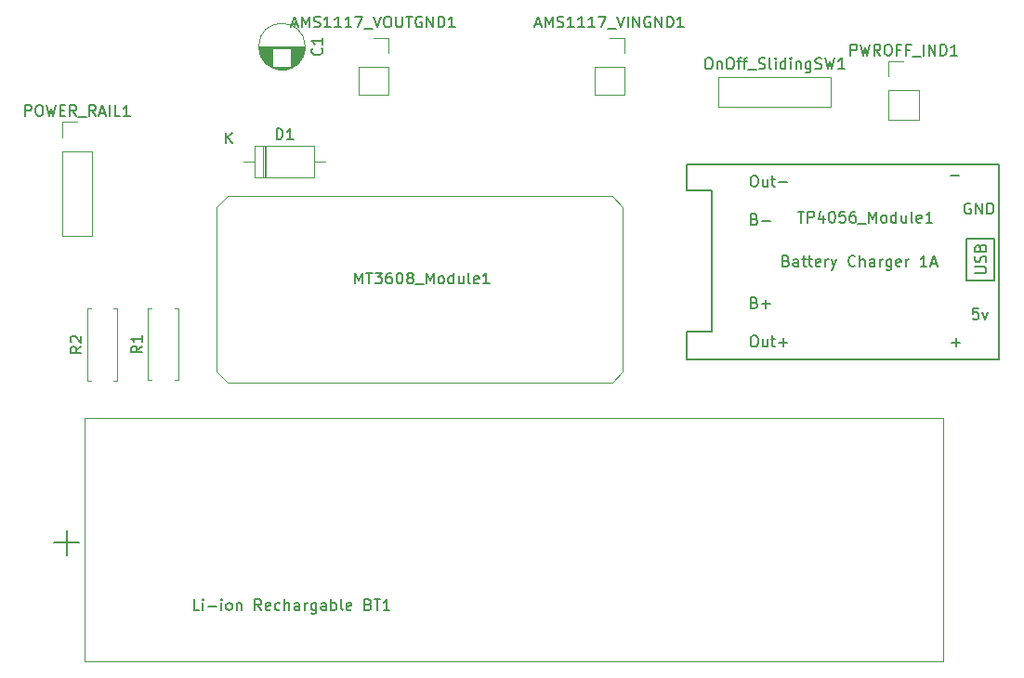
<source format=gbr>
%TF.GenerationSoftware,KiCad,Pcbnew,9.0.6*%
%TF.CreationDate,2026-01-16T16:59:01+03:00*%
%TF.ProjectId,RegulatedPowerSupply3.3V5V,52656775-6c61-4746-9564-506f77657253,rev?*%
%TF.SameCoordinates,Original*%
%TF.FileFunction,Legend,Top*%
%TF.FilePolarity,Positive*%
%FSLAX46Y46*%
G04 Gerber Fmt 4.6, Leading zero omitted, Abs format (unit mm)*
G04 Created by KiCad (PCBNEW 9.0.6) date 2026-01-16 16:59:01*
%MOMM*%
%LPD*%
G01*
G04 APERTURE LIST*
%ADD10C,0.150000*%
%ADD11C,0.120000*%
G04 APERTURE END LIST*
D10*
X127804761Y-94004819D02*
X127804761Y-93004819D01*
X127804761Y-93004819D02*
X128138094Y-93719104D01*
X128138094Y-93719104D02*
X128471427Y-93004819D01*
X128471427Y-93004819D02*
X128471427Y-94004819D01*
X128804761Y-93004819D02*
X129376189Y-93004819D01*
X129090475Y-94004819D02*
X129090475Y-93004819D01*
X129614285Y-93004819D02*
X130233332Y-93004819D01*
X130233332Y-93004819D02*
X129899999Y-93385771D01*
X129899999Y-93385771D02*
X130042856Y-93385771D01*
X130042856Y-93385771D02*
X130138094Y-93433390D01*
X130138094Y-93433390D02*
X130185713Y-93481009D01*
X130185713Y-93481009D02*
X130233332Y-93576247D01*
X130233332Y-93576247D02*
X130233332Y-93814342D01*
X130233332Y-93814342D02*
X130185713Y-93909580D01*
X130185713Y-93909580D02*
X130138094Y-93957200D01*
X130138094Y-93957200D02*
X130042856Y-94004819D01*
X130042856Y-94004819D02*
X129757142Y-94004819D01*
X129757142Y-94004819D02*
X129661904Y-93957200D01*
X129661904Y-93957200D02*
X129614285Y-93909580D01*
X131090475Y-93004819D02*
X130899999Y-93004819D01*
X130899999Y-93004819D02*
X130804761Y-93052438D01*
X130804761Y-93052438D02*
X130757142Y-93100057D01*
X130757142Y-93100057D02*
X130661904Y-93242914D01*
X130661904Y-93242914D02*
X130614285Y-93433390D01*
X130614285Y-93433390D02*
X130614285Y-93814342D01*
X130614285Y-93814342D02*
X130661904Y-93909580D01*
X130661904Y-93909580D02*
X130709523Y-93957200D01*
X130709523Y-93957200D02*
X130804761Y-94004819D01*
X130804761Y-94004819D02*
X130995237Y-94004819D01*
X130995237Y-94004819D02*
X131090475Y-93957200D01*
X131090475Y-93957200D02*
X131138094Y-93909580D01*
X131138094Y-93909580D02*
X131185713Y-93814342D01*
X131185713Y-93814342D02*
X131185713Y-93576247D01*
X131185713Y-93576247D02*
X131138094Y-93481009D01*
X131138094Y-93481009D02*
X131090475Y-93433390D01*
X131090475Y-93433390D02*
X130995237Y-93385771D01*
X130995237Y-93385771D02*
X130804761Y-93385771D01*
X130804761Y-93385771D02*
X130709523Y-93433390D01*
X130709523Y-93433390D02*
X130661904Y-93481009D01*
X130661904Y-93481009D02*
X130614285Y-93576247D01*
X131804761Y-93004819D02*
X131899999Y-93004819D01*
X131899999Y-93004819D02*
X131995237Y-93052438D01*
X131995237Y-93052438D02*
X132042856Y-93100057D01*
X132042856Y-93100057D02*
X132090475Y-93195295D01*
X132090475Y-93195295D02*
X132138094Y-93385771D01*
X132138094Y-93385771D02*
X132138094Y-93623866D01*
X132138094Y-93623866D02*
X132090475Y-93814342D01*
X132090475Y-93814342D02*
X132042856Y-93909580D01*
X132042856Y-93909580D02*
X131995237Y-93957200D01*
X131995237Y-93957200D02*
X131899999Y-94004819D01*
X131899999Y-94004819D02*
X131804761Y-94004819D01*
X131804761Y-94004819D02*
X131709523Y-93957200D01*
X131709523Y-93957200D02*
X131661904Y-93909580D01*
X131661904Y-93909580D02*
X131614285Y-93814342D01*
X131614285Y-93814342D02*
X131566666Y-93623866D01*
X131566666Y-93623866D02*
X131566666Y-93385771D01*
X131566666Y-93385771D02*
X131614285Y-93195295D01*
X131614285Y-93195295D02*
X131661904Y-93100057D01*
X131661904Y-93100057D02*
X131709523Y-93052438D01*
X131709523Y-93052438D02*
X131804761Y-93004819D01*
X132709523Y-93433390D02*
X132614285Y-93385771D01*
X132614285Y-93385771D02*
X132566666Y-93338152D01*
X132566666Y-93338152D02*
X132519047Y-93242914D01*
X132519047Y-93242914D02*
X132519047Y-93195295D01*
X132519047Y-93195295D02*
X132566666Y-93100057D01*
X132566666Y-93100057D02*
X132614285Y-93052438D01*
X132614285Y-93052438D02*
X132709523Y-93004819D01*
X132709523Y-93004819D02*
X132899999Y-93004819D01*
X132899999Y-93004819D02*
X132995237Y-93052438D01*
X132995237Y-93052438D02*
X133042856Y-93100057D01*
X133042856Y-93100057D02*
X133090475Y-93195295D01*
X133090475Y-93195295D02*
X133090475Y-93242914D01*
X133090475Y-93242914D02*
X133042856Y-93338152D01*
X133042856Y-93338152D02*
X132995237Y-93385771D01*
X132995237Y-93385771D02*
X132899999Y-93433390D01*
X132899999Y-93433390D02*
X132709523Y-93433390D01*
X132709523Y-93433390D02*
X132614285Y-93481009D01*
X132614285Y-93481009D02*
X132566666Y-93528628D01*
X132566666Y-93528628D02*
X132519047Y-93623866D01*
X132519047Y-93623866D02*
X132519047Y-93814342D01*
X132519047Y-93814342D02*
X132566666Y-93909580D01*
X132566666Y-93909580D02*
X132614285Y-93957200D01*
X132614285Y-93957200D02*
X132709523Y-94004819D01*
X132709523Y-94004819D02*
X132899999Y-94004819D01*
X132899999Y-94004819D02*
X132995237Y-93957200D01*
X132995237Y-93957200D02*
X133042856Y-93909580D01*
X133042856Y-93909580D02*
X133090475Y-93814342D01*
X133090475Y-93814342D02*
X133090475Y-93623866D01*
X133090475Y-93623866D02*
X133042856Y-93528628D01*
X133042856Y-93528628D02*
X132995237Y-93481009D01*
X132995237Y-93481009D02*
X132899999Y-93433390D01*
X133280952Y-94100057D02*
X134042856Y-94100057D01*
X134280952Y-94004819D02*
X134280952Y-93004819D01*
X134280952Y-93004819D02*
X134614285Y-93719104D01*
X134614285Y-93719104D02*
X134947618Y-93004819D01*
X134947618Y-93004819D02*
X134947618Y-94004819D01*
X135566666Y-94004819D02*
X135471428Y-93957200D01*
X135471428Y-93957200D02*
X135423809Y-93909580D01*
X135423809Y-93909580D02*
X135376190Y-93814342D01*
X135376190Y-93814342D02*
X135376190Y-93528628D01*
X135376190Y-93528628D02*
X135423809Y-93433390D01*
X135423809Y-93433390D02*
X135471428Y-93385771D01*
X135471428Y-93385771D02*
X135566666Y-93338152D01*
X135566666Y-93338152D02*
X135709523Y-93338152D01*
X135709523Y-93338152D02*
X135804761Y-93385771D01*
X135804761Y-93385771D02*
X135852380Y-93433390D01*
X135852380Y-93433390D02*
X135899999Y-93528628D01*
X135899999Y-93528628D02*
X135899999Y-93814342D01*
X135899999Y-93814342D02*
X135852380Y-93909580D01*
X135852380Y-93909580D02*
X135804761Y-93957200D01*
X135804761Y-93957200D02*
X135709523Y-94004819D01*
X135709523Y-94004819D02*
X135566666Y-94004819D01*
X136757142Y-94004819D02*
X136757142Y-93004819D01*
X136757142Y-93957200D02*
X136661904Y-94004819D01*
X136661904Y-94004819D02*
X136471428Y-94004819D01*
X136471428Y-94004819D02*
X136376190Y-93957200D01*
X136376190Y-93957200D02*
X136328571Y-93909580D01*
X136328571Y-93909580D02*
X136280952Y-93814342D01*
X136280952Y-93814342D02*
X136280952Y-93528628D01*
X136280952Y-93528628D02*
X136328571Y-93433390D01*
X136328571Y-93433390D02*
X136376190Y-93385771D01*
X136376190Y-93385771D02*
X136471428Y-93338152D01*
X136471428Y-93338152D02*
X136661904Y-93338152D01*
X136661904Y-93338152D02*
X136757142Y-93385771D01*
X137661904Y-93338152D02*
X137661904Y-94004819D01*
X137233333Y-93338152D02*
X137233333Y-93861961D01*
X137233333Y-93861961D02*
X137280952Y-93957200D01*
X137280952Y-93957200D02*
X137376190Y-94004819D01*
X137376190Y-94004819D02*
X137519047Y-94004819D01*
X137519047Y-94004819D02*
X137614285Y-93957200D01*
X137614285Y-93957200D02*
X137661904Y-93909580D01*
X138280952Y-94004819D02*
X138185714Y-93957200D01*
X138185714Y-93957200D02*
X138138095Y-93861961D01*
X138138095Y-93861961D02*
X138138095Y-93004819D01*
X139042857Y-93957200D02*
X138947619Y-94004819D01*
X138947619Y-94004819D02*
X138757143Y-94004819D01*
X138757143Y-94004819D02*
X138661905Y-93957200D01*
X138661905Y-93957200D02*
X138614286Y-93861961D01*
X138614286Y-93861961D02*
X138614286Y-93481009D01*
X138614286Y-93481009D02*
X138661905Y-93385771D01*
X138661905Y-93385771D02*
X138757143Y-93338152D01*
X138757143Y-93338152D02*
X138947619Y-93338152D01*
X138947619Y-93338152D02*
X139042857Y-93385771D01*
X139042857Y-93385771D02*
X139090476Y-93481009D01*
X139090476Y-93481009D02*
X139090476Y-93576247D01*
X139090476Y-93576247D02*
X138614286Y-93671485D01*
X140042857Y-94004819D02*
X139471429Y-94004819D01*
X139757143Y-94004819D02*
X139757143Y-93004819D01*
X139757143Y-93004819D02*
X139661905Y-93147676D01*
X139661905Y-93147676D02*
X139566667Y-93242914D01*
X139566667Y-93242914D02*
X139471429Y-93290533D01*
X159915952Y-73439819D02*
X160106428Y-73439819D01*
X160106428Y-73439819D02*
X160201666Y-73487438D01*
X160201666Y-73487438D02*
X160296904Y-73582676D01*
X160296904Y-73582676D02*
X160344523Y-73773152D01*
X160344523Y-73773152D02*
X160344523Y-74106485D01*
X160344523Y-74106485D02*
X160296904Y-74296961D01*
X160296904Y-74296961D02*
X160201666Y-74392200D01*
X160201666Y-74392200D02*
X160106428Y-74439819D01*
X160106428Y-74439819D02*
X159915952Y-74439819D01*
X159915952Y-74439819D02*
X159820714Y-74392200D01*
X159820714Y-74392200D02*
X159725476Y-74296961D01*
X159725476Y-74296961D02*
X159677857Y-74106485D01*
X159677857Y-74106485D02*
X159677857Y-73773152D01*
X159677857Y-73773152D02*
X159725476Y-73582676D01*
X159725476Y-73582676D02*
X159820714Y-73487438D01*
X159820714Y-73487438D02*
X159915952Y-73439819D01*
X160773095Y-73773152D02*
X160773095Y-74439819D01*
X160773095Y-73868390D02*
X160820714Y-73820771D01*
X160820714Y-73820771D02*
X160915952Y-73773152D01*
X160915952Y-73773152D02*
X161058809Y-73773152D01*
X161058809Y-73773152D02*
X161154047Y-73820771D01*
X161154047Y-73820771D02*
X161201666Y-73916009D01*
X161201666Y-73916009D02*
X161201666Y-74439819D01*
X161868333Y-73439819D02*
X162058809Y-73439819D01*
X162058809Y-73439819D02*
X162154047Y-73487438D01*
X162154047Y-73487438D02*
X162249285Y-73582676D01*
X162249285Y-73582676D02*
X162296904Y-73773152D01*
X162296904Y-73773152D02*
X162296904Y-74106485D01*
X162296904Y-74106485D02*
X162249285Y-74296961D01*
X162249285Y-74296961D02*
X162154047Y-74392200D01*
X162154047Y-74392200D02*
X162058809Y-74439819D01*
X162058809Y-74439819D02*
X161868333Y-74439819D01*
X161868333Y-74439819D02*
X161773095Y-74392200D01*
X161773095Y-74392200D02*
X161677857Y-74296961D01*
X161677857Y-74296961D02*
X161630238Y-74106485D01*
X161630238Y-74106485D02*
X161630238Y-73773152D01*
X161630238Y-73773152D02*
X161677857Y-73582676D01*
X161677857Y-73582676D02*
X161773095Y-73487438D01*
X161773095Y-73487438D02*
X161868333Y-73439819D01*
X162582619Y-73773152D02*
X162963571Y-73773152D01*
X162725476Y-74439819D02*
X162725476Y-73582676D01*
X162725476Y-73582676D02*
X162773095Y-73487438D01*
X162773095Y-73487438D02*
X162868333Y-73439819D01*
X162868333Y-73439819D02*
X162963571Y-73439819D01*
X163154048Y-73773152D02*
X163535000Y-73773152D01*
X163296905Y-74439819D02*
X163296905Y-73582676D01*
X163296905Y-73582676D02*
X163344524Y-73487438D01*
X163344524Y-73487438D02*
X163439762Y-73439819D01*
X163439762Y-73439819D02*
X163535000Y-73439819D01*
X163630239Y-74535057D02*
X164392143Y-74535057D01*
X164582620Y-74392200D02*
X164725477Y-74439819D01*
X164725477Y-74439819D02*
X164963572Y-74439819D01*
X164963572Y-74439819D02*
X165058810Y-74392200D01*
X165058810Y-74392200D02*
X165106429Y-74344580D01*
X165106429Y-74344580D02*
X165154048Y-74249342D01*
X165154048Y-74249342D02*
X165154048Y-74154104D01*
X165154048Y-74154104D02*
X165106429Y-74058866D01*
X165106429Y-74058866D02*
X165058810Y-74011247D01*
X165058810Y-74011247D02*
X164963572Y-73963628D01*
X164963572Y-73963628D02*
X164773096Y-73916009D01*
X164773096Y-73916009D02*
X164677858Y-73868390D01*
X164677858Y-73868390D02*
X164630239Y-73820771D01*
X164630239Y-73820771D02*
X164582620Y-73725533D01*
X164582620Y-73725533D02*
X164582620Y-73630295D01*
X164582620Y-73630295D02*
X164630239Y-73535057D01*
X164630239Y-73535057D02*
X164677858Y-73487438D01*
X164677858Y-73487438D02*
X164773096Y-73439819D01*
X164773096Y-73439819D02*
X165011191Y-73439819D01*
X165011191Y-73439819D02*
X165154048Y-73487438D01*
X165725477Y-74439819D02*
X165630239Y-74392200D01*
X165630239Y-74392200D02*
X165582620Y-74296961D01*
X165582620Y-74296961D02*
X165582620Y-73439819D01*
X166106430Y-74439819D02*
X166106430Y-73773152D01*
X166106430Y-73439819D02*
X166058811Y-73487438D01*
X166058811Y-73487438D02*
X166106430Y-73535057D01*
X166106430Y-73535057D02*
X166154049Y-73487438D01*
X166154049Y-73487438D02*
X166106430Y-73439819D01*
X166106430Y-73439819D02*
X166106430Y-73535057D01*
X167011191Y-74439819D02*
X167011191Y-73439819D01*
X167011191Y-74392200D02*
X166915953Y-74439819D01*
X166915953Y-74439819D02*
X166725477Y-74439819D01*
X166725477Y-74439819D02*
X166630239Y-74392200D01*
X166630239Y-74392200D02*
X166582620Y-74344580D01*
X166582620Y-74344580D02*
X166535001Y-74249342D01*
X166535001Y-74249342D02*
X166535001Y-73963628D01*
X166535001Y-73963628D02*
X166582620Y-73868390D01*
X166582620Y-73868390D02*
X166630239Y-73820771D01*
X166630239Y-73820771D02*
X166725477Y-73773152D01*
X166725477Y-73773152D02*
X166915953Y-73773152D01*
X166915953Y-73773152D02*
X167011191Y-73820771D01*
X167487382Y-74439819D02*
X167487382Y-73773152D01*
X167487382Y-73439819D02*
X167439763Y-73487438D01*
X167439763Y-73487438D02*
X167487382Y-73535057D01*
X167487382Y-73535057D02*
X167535001Y-73487438D01*
X167535001Y-73487438D02*
X167487382Y-73439819D01*
X167487382Y-73439819D02*
X167487382Y-73535057D01*
X167963572Y-73773152D02*
X167963572Y-74439819D01*
X167963572Y-73868390D02*
X168011191Y-73820771D01*
X168011191Y-73820771D02*
X168106429Y-73773152D01*
X168106429Y-73773152D02*
X168249286Y-73773152D01*
X168249286Y-73773152D02*
X168344524Y-73820771D01*
X168344524Y-73820771D02*
X168392143Y-73916009D01*
X168392143Y-73916009D02*
X168392143Y-74439819D01*
X169296905Y-73773152D02*
X169296905Y-74582676D01*
X169296905Y-74582676D02*
X169249286Y-74677914D01*
X169249286Y-74677914D02*
X169201667Y-74725533D01*
X169201667Y-74725533D02*
X169106429Y-74773152D01*
X169106429Y-74773152D02*
X168963572Y-74773152D01*
X168963572Y-74773152D02*
X168868334Y-74725533D01*
X169296905Y-74392200D02*
X169201667Y-74439819D01*
X169201667Y-74439819D02*
X169011191Y-74439819D01*
X169011191Y-74439819D02*
X168915953Y-74392200D01*
X168915953Y-74392200D02*
X168868334Y-74344580D01*
X168868334Y-74344580D02*
X168820715Y-74249342D01*
X168820715Y-74249342D02*
X168820715Y-73963628D01*
X168820715Y-73963628D02*
X168868334Y-73868390D01*
X168868334Y-73868390D02*
X168915953Y-73820771D01*
X168915953Y-73820771D02*
X169011191Y-73773152D01*
X169011191Y-73773152D02*
X169201667Y-73773152D01*
X169201667Y-73773152D02*
X169296905Y-73820771D01*
X169725477Y-74392200D02*
X169868334Y-74439819D01*
X169868334Y-74439819D02*
X170106429Y-74439819D01*
X170106429Y-74439819D02*
X170201667Y-74392200D01*
X170201667Y-74392200D02*
X170249286Y-74344580D01*
X170249286Y-74344580D02*
X170296905Y-74249342D01*
X170296905Y-74249342D02*
X170296905Y-74154104D01*
X170296905Y-74154104D02*
X170249286Y-74058866D01*
X170249286Y-74058866D02*
X170201667Y-74011247D01*
X170201667Y-74011247D02*
X170106429Y-73963628D01*
X170106429Y-73963628D02*
X169915953Y-73916009D01*
X169915953Y-73916009D02*
X169820715Y-73868390D01*
X169820715Y-73868390D02*
X169773096Y-73820771D01*
X169773096Y-73820771D02*
X169725477Y-73725533D01*
X169725477Y-73725533D02*
X169725477Y-73630295D01*
X169725477Y-73630295D02*
X169773096Y-73535057D01*
X169773096Y-73535057D02*
X169820715Y-73487438D01*
X169820715Y-73487438D02*
X169915953Y-73439819D01*
X169915953Y-73439819D02*
X170154048Y-73439819D01*
X170154048Y-73439819D02*
X170296905Y-73487438D01*
X170630239Y-73439819D02*
X170868334Y-74439819D01*
X170868334Y-74439819D02*
X171058810Y-73725533D01*
X171058810Y-73725533D02*
X171249286Y-74439819D01*
X171249286Y-74439819D02*
X171487382Y-73439819D01*
X172392143Y-74439819D02*
X171820715Y-74439819D01*
X172106429Y-74439819D02*
X172106429Y-73439819D01*
X172106429Y-73439819D02*
X172011191Y-73582676D01*
X172011191Y-73582676D02*
X171915953Y-73677914D01*
X171915953Y-73677914D02*
X171820715Y-73725533D01*
X172941667Y-73209819D02*
X172941667Y-72209819D01*
X172941667Y-72209819D02*
X173322619Y-72209819D01*
X173322619Y-72209819D02*
X173417857Y-72257438D01*
X173417857Y-72257438D02*
X173465476Y-72305057D01*
X173465476Y-72305057D02*
X173513095Y-72400295D01*
X173513095Y-72400295D02*
X173513095Y-72543152D01*
X173513095Y-72543152D02*
X173465476Y-72638390D01*
X173465476Y-72638390D02*
X173417857Y-72686009D01*
X173417857Y-72686009D02*
X173322619Y-72733628D01*
X173322619Y-72733628D02*
X172941667Y-72733628D01*
X173846429Y-72209819D02*
X174084524Y-73209819D01*
X174084524Y-73209819D02*
X174275000Y-72495533D01*
X174275000Y-72495533D02*
X174465476Y-73209819D01*
X174465476Y-73209819D02*
X174703572Y-72209819D01*
X175655952Y-73209819D02*
X175322619Y-72733628D01*
X175084524Y-73209819D02*
X175084524Y-72209819D01*
X175084524Y-72209819D02*
X175465476Y-72209819D01*
X175465476Y-72209819D02*
X175560714Y-72257438D01*
X175560714Y-72257438D02*
X175608333Y-72305057D01*
X175608333Y-72305057D02*
X175655952Y-72400295D01*
X175655952Y-72400295D02*
X175655952Y-72543152D01*
X175655952Y-72543152D02*
X175608333Y-72638390D01*
X175608333Y-72638390D02*
X175560714Y-72686009D01*
X175560714Y-72686009D02*
X175465476Y-72733628D01*
X175465476Y-72733628D02*
X175084524Y-72733628D01*
X176275000Y-72209819D02*
X176465476Y-72209819D01*
X176465476Y-72209819D02*
X176560714Y-72257438D01*
X176560714Y-72257438D02*
X176655952Y-72352676D01*
X176655952Y-72352676D02*
X176703571Y-72543152D01*
X176703571Y-72543152D02*
X176703571Y-72876485D01*
X176703571Y-72876485D02*
X176655952Y-73066961D01*
X176655952Y-73066961D02*
X176560714Y-73162200D01*
X176560714Y-73162200D02*
X176465476Y-73209819D01*
X176465476Y-73209819D02*
X176275000Y-73209819D01*
X176275000Y-73209819D02*
X176179762Y-73162200D01*
X176179762Y-73162200D02*
X176084524Y-73066961D01*
X176084524Y-73066961D02*
X176036905Y-72876485D01*
X176036905Y-72876485D02*
X176036905Y-72543152D01*
X176036905Y-72543152D02*
X176084524Y-72352676D01*
X176084524Y-72352676D02*
X176179762Y-72257438D01*
X176179762Y-72257438D02*
X176275000Y-72209819D01*
X177465476Y-72686009D02*
X177132143Y-72686009D01*
X177132143Y-73209819D02*
X177132143Y-72209819D01*
X177132143Y-72209819D02*
X177608333Y-72209819D01*
X178322619Y-72686009D02*
X177989286Y-72686009D01*
X177989286Y-73209819D02*
X177989286Y-72209819D01*
X177989286Y-72209819D02*
X178465476Y-72209819D01*
X178608334Y-73305057D02*
X179370238Y-73305057D01*
X179608334Y-73209819D02*
X179608334Y-72209819D01*
X180084524Y-73209819D02*
X180084524Y-72209819D01*
X180084524Y-72209819D02*
X180655952Y-73209819D01*
X180655952Y-73209819D02*
X180655952Y-72209819D01*
X181132143Y-73209819D02*
X181132143Y-72209819D01*
X181132143Y-72209819D02*
X181370238Y-72209819D01*
X181370238Y-72209819D02*
X181513095Y-72257438D01*
X181513095Y-72257438D02*
X181608333Y-72352676D01*
X181608333Y-72352676D02*
X181655952Y-72447914D01*
X181655952Y-72447914D02*
X181703571Y-72638390D01*
X181703571Y-72638390D02*
X181703571Y-72781247D01*
X181703571Y-72781247D02*
X181655952Y-72971723D01*
X181655952Y-72971723D02*
X181608333Y-73066961D01*
X181608333Y-73066961D02*
X181513095Y-73162200D01*
X181513095Y-73162200D02*
X181370238Y-73209819D01*
X181370238Y-73209819D02*
X181132143Y-73209819D01*
X182655952Y-73209819D02*
X182084524Y-73209819D01*
X182370238Y-73209819D02*
X182370238Y-72209819D01*
X182370238Y-72209819D02*
X182275000Y-72352676D01*
X182275000Y-72352676D02*
X182179762Y-72447914D01*
X182179762Y-72447914D02*
X182084524Y-72495533D01*
X122046428Y-70359104D02*
X122522618Y-70359104D01*
X121951190Y-70644819D02*
X122284523Y-69644819D01*
X122284523Y-69644819D02*
X122617856Y-70644819D01*
X122951190Y-70644819D02*
X122951190Y-69644819D01*
X122951190Y-69644819D02*
X123284523Y-70359104D01*
X123284523Y-70359104D02*
X123617856Y-69644819D01*
X123617856Y-69644819D02*
X123617856Y-70644819D01*
X124046428Y-70597200D02*
X124189285Y-70644819D01*
X124189285Y-70644819D02*
X124427380Y-70644819D01*
X124427380Y-70644819D02*
X124522618Y-70597200D01*
X124522618Y-70597200D02*
X124570237Y-70549580D01*
X124570237Y-70549580D02*
X124617856Y-70454342D01*
X124617856Y-70454342D02*
X124617856Y-70359104D01*
X124617856Y-70359104D02*
X124570237Y-70263866D01*
X124570237Y-70263866D02*
X124522618Y-70216247D01*
X124522618Y-70216247D02*
X124427380Y-70168628D01*
X124427380Y-70168628D02*
X124236904Y-70121009D01*
X124236904Y-70121009D02*
X124141666Y-70073390D01*
X124141666Y-70073390D02*
X124094047Y-70025771D01*
X124094047Y-70025771D02*
X124046428Y-69930533D01*
X124046428Y-69930533D02*
X124046428Y-69835295D01*
X124046428Y-69835295D02*
X124094047Y-69740057D01*
X124094047Y-69740057D02*
X124141666Y-69692438D01*
X124141666Y-69692438D02*
X124236904Y-69644819D01*
X124236904Y-69644819D02*
X124474999Y-69644819D01*
X124474999Y-69644819D02*
X124617856Y-69692438D01*
X125570237Y-70644819D02*
X124998809Y-70644819D01*
X125284523Y-70644819D02*
X125284523Y-69644819D01*
X125284523Y-69644819D02*
X125189285Y-69787676D01*
X125189285Y-69787676D02*
X125094047Y-69882914D01*
X125094047Y-69882914D02*
X124998809Y-69930533D01*
X126522618Y-70644819D02*
X125951190Y-70644819D01*
X126236904Y-70644819D02*
X126236904Y-69644819D01*
X126236904Y-69644819D02*
X126141666Y-69787676D01*
X126141666Y-69787676D02*
X126046428Y-69882914D01*
X126046428Y-69882914D02*
X125951190Y-69930533D01*
X127474999Y-70644819D02*
X126903571Y-70644819D01*
X127189285Y-70644819D02*
X127189285Y-69644819D01*
X127189285Y-69644819D02*
X127094047Y-69787676D01*
X127094047Y-69787676D02*
X126998809Y-69882914D01*
X126998809Y-69882914D02*
X126903571Y-69930533D01*
X127808333Y-69644819D02*
X128474999Y-69644819D01*
X128474999Y-69644819D02*
X128046428Y-70644819D01*
X128617857Y-70740057D02*
X129379761Y-70740057D01*
X129475000Y-69644819D02*
X129808333Y-70644819D01*
X129808333Y-70644819D02*
X130141666Y-69644819D01*
X130665476Y-69644819D02*
X130855952Y-69644819D01*
X130855952Y-69644819D02*
X130951190Y-69692438D01*
X130951190Y-69692438D02*
X131046428Y-69787676D01*
X131046428Y-69787676D02*
X131094047Y-69978152D01*
X131094047Y-69978152D02*
X131094047Y-70311485D01*
X131094047Y-70311485D02*
X131046428Y-70501961D01*
X131046428Y-70501961D02*
X130951190Y-70597200D01*
X130951190Y-70597200D02*
X130855952Y-70644819D01*
X130855952Y-70644819D02*
X130665476Y-70644819D01*
X130665476Y-70644819D02*
X130570238Y-70597200D01*
X130570238Y-70597200D02*
X130475000Y-70501961D01*
X130475000Y-70501961D02*
X130427381Y-70311485D01*
X130427381Y-70311485D02*
X130427381Y-69978152D01*
X130427381Y-69978152D02*
X130475000Y-69787676D01*
X130475000Y-69787676D02*
X130570238Y-69692438D01*
X130570238Y-69692438D02*
X130665476Y-69644819D01*
X131522619Y-69644819D02*
X131522619Y-70454342D01*
X131522619Y-70454342D02*
X131570238Y-70549580D01*
X131570238Y-70549580D02*
X131617857Y-70597200D01*
X131617857Y-70597200D02*
X131713095Y-70644819D01*
X131713095Y-70644819D02*
X131903571Y-70644819D01*
X131903571Y-70644819D02*
X131998809Y-70597200D01*
X131998809Y-70597200D02*
X132046428Y-70549580D01*
X132046428Y-70549580D02*
X132094047Y-70454342D01*
X132094047Y-70454342D02*
X132094047Y-69644819D01*
X132427381Y-69644819D02*
X132998809Y-69644819D01*
X132713095Y-70644819D02*
X132713095Y-69644819D01*
X133855952Y-69692438D02*
X133760714Y-69644819D01*
X133760714Y-69644819D02*
X133617857Y-69644819D01*
X133617857Y-69644819D02*
X133475000Y-69692438D01*
X133475000Y-69692438D02*
X133379762Y-69787676D01*
X133379762Y-69787676D02*
X133332143Y-69882914D01*
X133332143Y-69882914D02*
X133284524Y-70073390D01*
X133284524Y-70073390D02*
X133284524Y-70216247D01*
X133284524Y-70216247D02*
X133332143Y-70406723D01*
X133332143Y-70406723D02*
X133379762Y-70501961D01*
X133379762Y-70501961D02*
X133475000Y-70597200D01*
X133475000Y-70597200D02*
X133617857Y-70644819D01*
X133617857Y-70644819D02*
X133713095Y-70644819D01*
X133713095Y-70644819D02*
X133855952Y-70597200D01*
X133855952Y-70597200D02*
X133903571Y-70549580D01*
X133903571Y-70549580D02*
X133903571Y-70216247D01*
X133903571Y-70216247D02*
X133713095Y-70216247D01*
X134332143Y-70644819D02*
X134332143Y-69644819D01*
X134332143Y-69644819D02*
X134903571Y-70644819D01*
X134903571Y-70644819D02*
X134903571Y-69644819D01*
X135379762Y-70644819D02*
X135379762Y-69644819D01*
X135379762Y-69644819D02*
X135617857Y-69644819D01*
X135617857Y-69644819D02*
X135760714Y-69692438D01*
X135760714Y-69692438D02*
X135855952Y-69787676D01*
X135855952Y-69787676D02*
X135903571Y-69882914D01*
X135903571Y-69882914D02*
X135951190Y-70073390D01*
X135951190Y-70073390D02*
X135951190Y-70216247D01*
X135951190Y-70216247D02*
X135903571Y-70406723D01*
X135903571Y-70406723D02*
X135855952Y-70501961D01*
X135855952Y-70501961D02*
X135760714Y-70597200D01*
X135760714Y-70597200D02*
X135617857Y-70644819D01*
X135617857Y-70644819D02*
X135379762Y-70644819D01*
X136903571Y-70644819D02*
X136332143Y-70644819D01*
X136617857Y-70644819D02*
X136617857Y-69644819D01*
X136617857Y-69644819D02*
X136522619Y-69787676D01*
X136522619Y-69787676D02*
X136427381Y-69882914D01*
X136427381Y-69882914D02*
X136332143Y-69930533D01*
X144213095Y-70359104D02*
X144689285Y-70359104D01*
X144117857Y-70644819D02*
X144451190Y-69644819D01*
X144451190Y-69644819D02*
X144784523Y-70644819D01*
X145117857Y-70644819D02*
X145117857Y-69644819D01*
X145117857Y-69644819D02*
X145451190Y-70359104D01*
X145451190Y-70359104D02*
X145784523Y-69644819D01*
X145784523Y-69644819D02*
X145784523Y-70644819D01*
X146213095Y-70597200D02*
X146355952Y-70644819D01*
X146355952Y-70644819D02*
X146594047Y-70644819D01*
X146594047Y-70644819D02*
X146689285Y-70597200D01*
X146689285Y-70597200D02*
X146736904Y-70549580D01*
X146736904Y-70549580D02*
X146784523Y-70454342D01*
X146784523Y-70454342D02*
X146784523Y-70359104D01*
X146784523Y-70359104D02*
X146736904Y-70263866D01*
X146736904Y-70263866D02*
X146689285Y-70216247D01*
X146689285Y-70216247D02*
X146594047Y-70168628D01*
X146594047Y-70168628D02*
X146403571Y-70121009D01*
X146403571Y-70121009D02*
X146308333Y-70073390D01*
X146308333Y-70073390D02*
X146260714Y-70025771D01*
X146260714Y-70025771D02*
X146213095Y-69930533D01*
X146213095Y-69930533D02*
X146213095Y-69835295D01*
X146213095Y-69835295D02*
X146260714Y-69740057D01*
X146260714Y-69740057D02*
X146308333Y-69692438D01*
X146308333Y-69692438D02*
X146403571Y-69644819D01*
X146403571Y-69644819D02*
X146641666Y-69644819D01*
X146641666Y-69644819D02*
X146784523Y-69692438D01*
X147736904Y-70644819D02*
X147165476Y-70644819D01*
X147451190Y-70644819D02*
X147451190Y-69644819D01*
X147451190Y-69644819D02*
X147355952Y-69787676D01*
X147355952Y-69787676D02*
X147260714Y-69882914D01*
X147260714Y-69882914D02*
X147165476Y-69930533D01*
X148689285Y-70644819D02*
X148117857Y-70644819D01*
X148403571Y-70644819D02*
X148403571Y-69644819D01*
X148403571Y-69644819D02*
X148308333Y-69787676D01*
X148308333Y-69787676D02*
X148213095Y-69882914D01*
X148213095Y-69882914D02*
X148117857Y-69930533D01*
X149641666Y-70644819D02*
X149070238Y-70644819D01*
X149355952Y-70644819D02*
X149355952Y-69644819D01*
X149355952Y-69644819D02*
X149260714Y-69787676D01*
X149260714Y-69787676D02*
X149165476Y-69882914D01*
X149165476Y-69882914D02*
X149070238Y-69930533D01*
X149975000Y-69644819D02*
X150641666Y-69644819D01*
X150641666Y-69644819D02*
X150213095Y-70644819D01*
X150784524Y-70740057D02*
X151546428Y-70740057D01*
X151641667Y-69644819D02*
X151975000Y-70644819D01*
X151975000Y-70644819D02*
X152308333Y-69644819D01*
X152641667Y-70644819D02*
X152641667Y-69644819D01*
X153117857Y-70644819D02*
X153117857Y-69644819D01*
X153117857Y-69644819D02*
X153689285Y-70644819D01*
X153689285Y-70644819D02*
X153689285Y-69644819D01*
X154689285Y-69692438D02*
X154594047Y-69644819D01*
X154594047Y-69644819D02*
X154451190Y-69644819D01*
X154451190Y-69644819D02*
X154308333Y-69692438D01*
X154308333Y-69692438D02*
X154213095Y-69787676D01*
X154213095Y-69787676D02*
X154165476Y-69882914D01*
X154165476Y-69882914D02*
X154117857Y-70073390D01*
X154117857Y-70073390D02*
X154117857Y-70216247D01*
X154117857Y-70216247D02*
X154165476Y-70406723D01*
X154165476Y-70406723D02*
X154213095Y-70501961D01*
X154213095Y-70501961D02*
X154308333Y-70597200D01*
X154308333Y-70597200D02*
X154451190Y-70644819D01*
X154451190Y-70644819D02*
X154546428Y-70644819D01*
X154546428Y-70644819D02*
X154689285Y-70597200D01*
X154689285Y-70597200D02*
X154736904Y-70549580D01*
X154736904Y-70549580D02*
X154736904Y-70216247D01*
X154736904Y-70216247D02*
X154546428Y-70216247D01*
X155165476Y-70644819D02*
X155165476Y-69644819D01*
X155165476Y-69644819D02*
X155736904Y-70644819D01*
X155736904Y-70644819D02*
X155736904Y-69644819D01*
X156213095Y-70644819D02*
X156213095Y-69644819D01*
X156213095Y-69644819D02*
X156451190Y-69644819D01*
X156451190Y-69644819D02*
X156594047Y-69692438D01*
X156594047Y-69692438D02*
X156689285Y-69787676D01*
X156689285Y-69787676D02*
X156736904Y-69882914D01*
X156736904Y-69882914D02*
X156784523Y-70073390D01*
X156784523Y-70073390D02*
X156784523Y-70216247D01*
X156784523Y-70216247D02*
X156736904Y-70406723D01*
X156736904Y-70406723D02*
X156689285Y-70501961D01*
X156689285Y-70501961D02*
X156594047Y-70597200D01*
X156594047Y-70597200D02*
X156451190Y-70644819D01*
X156451190Y-70644819D02*
X156213095Y-70644819D01*
X157736904Y-70644819D02*
X157165476Y-70644819D01*
X157451190Y-70644819D02*
X157451190Y-69644819D01*
X157451190Y-69644819D02*
X157355952Y-69787676D01*
X157355952Y-69787676D02*
X157260714Y-69882914D01*
X157260714Y-69882914D02*
X157165476Y-69930533D01*
X124734580Y-72566666D02*
X124782200Y-72614285D01*
X124782200Y-72614285D02*
X124829819Y-72757142D01*
X124829819Y-72757142D02*
X124829819Y-72852380D01*
X124829819Y-72852380D02*
X124782200Y-72995237D01*
X124782200Y-72995237D02*
X124686961Y-73090475D01*
X124686961Y-73090475D02*
X124591723Y-73138094D01*
X124591723Y-73138094D02*
X124401247Y-73185713D01*
X124401247Y-73185713D02*
X124258390Y-73185713D01*
X124258390Y-73185713D02*
X124067914Y-73138094D01*
X124067914Y-73138094D02*
X123972676Y-73090475D01*
X123972676Y-73090475D02*
X123877438Y-72995237D01*
X123877438Y-72995237D02*
X123829819Y-72852380D01*
X123829819Y-72852380D02*
X123829819Y-72757142D01*
X123829819Y-72757142D02*
X123877438Y-72614285D01*
X123877438Y-72614285D02*
X123925057Y-72566666D01*
X124829819Y-71614285D02*
X124829819Y-72185713D01*
X124829819Y-71899999D02*
X123829819Y-71899999D01*
X123829819Y-71899999D02*
X123972676Y-71995237D01*
X123972676Y-71995237D02*
X124067914Y-72090475D01*
X124067914Y-72090475D02*
X124115533Y-72185713D01*
X102834819Y-99731666D02*
X102358628Y-100064999D01*
X102834819Y-100303094D02*
X101834819Y-100303094D01*
X101834819Y-100303094D02*
X101834819Y-99922142D01*
X101834819Y-99922142D02*
X101882438Y-99826904D01*
X101882438Y-99826904D02*
X101930057Y-99779285D01*
X101930057Y-99779285D02*
X102025295Y-99731666D01*
X102025295Y-99731666D02*
X102168152Y-99731666D01*
X102168152Y-99731666D02*
X102263390Y-99779285D01*
X102263390Y-99779285D02*
X102311009Y-99826904D01*
X102311009Y-99826904D02*
X102358628Y-99922142D01*
X102358628Y-99922142D02*
X102358628Y-100303094D01*
X101930057Y-99350713D02*
X101882438Y-99303094D01*
X101882438Y-99303094D02*
X101834819Y-99207856D01*
X101834819Y-99207856D02*
X101834819Y-98969761D01*
X101834819Y-98969761D02*
X101882438Y-98874523D01*
X101882438Y-98874523D02*
X101930057Y-98826904D01*
X101930057Y-98826904D02*
X102025295Y-98779285D01*
X102025295Y-98779285D02*
X102120533Y-98779285D01*
X102120533Y-98779285D02*
X102263390Y-98826904D01*
X102263390Y-98826904D02*
X102834819Y-99398332D01*
X102834819Y-99398332D02*
X102834819Y-98779285D01*
X108384819Y-99706666D02*
X107908628Y-100039999D01*
X108384819Y-100278094D02*
X107384819Y-100278094D01*
X107384819Y-100278094D02*
X107384819Y-99897142D01*
X107384819Y-99897142D02*
X107432438Y-99801904D01*
X107432438Y-99801904D02*
X107480057Y-99754285D01*
X107480057Y-99754285D02*
X107575295Y-99706666D01*
X107575295Y-99706666D02*
X107718152Y-99706666D01*
X107718152Y-99706666D02*
X107813390Y-99754285D01*
X107813390Y-99754285D02*
X107861009Y-99801904D01*
X107861009Y-99801904D02*
X107908628Y-99897142D01*
X107908628Y-99897142D02*
X107908628Y-100278094D01*
X108384819Y-98754285D02*
X108384819Y-99325713D01*
X108384819Y-99039999D02*
X107384819Y-99039999D01*
X107384819Y-99039999D02*
X107527676Y-99135237D01*
X107527676Y-99135237D02*
X107622914Y-99230475D01*
X107622914Y-99230475D02*
X107670533Y-99325713D01*
X97736905Y-78729819D02*
X97736905Y-77729819D01*
X97736905Y-77729819D02*
X98117857Y-77729819D01*
X98117857Y-77729819D02*
X98213095Y-77777438D01*
X98213095Y-77777438D02*
X98260714Y-77825057D01*
X98260714Y-77825057D02*
X98308333Y-77920295D01*
X98308333Y-77920295D02*
X98308333Y-78063152D01*
X98308333Y-78063152D02*
X98260714Y-78158390D01*
X98260714Y-78158390D02*
X98213095Y-78206009D01*
X98213095Y-78206009D02*
X98117857Y-78253628D01*
X98117857Y-78253628D02*
X97736905Y-78253628D01*
X98927381Y-77729819D02*
X99117857Y-77729819D01*
X99117857Y-77729819D02*
X99213095Y-77777438D01*
X99213095Y-77777438D02*
X99308333Y-77872676D01*
X99308333Y-77872676D02*
X99355952Y-78063152D01*
X99355952Y-78063152D02*
X99355952Y-78396485D01*
X99355952Y-78396485D02*
X99308333Y-78586961D01*
X99308333Y-78586961D02*
X99213095Y-78682200D01*
X99213095Y-78682200D02*
X99117857Y-78729819D01*
X99117857Y-78729819D02*
X98927381Y-78729819D01*
X98927381Y-78729819D02*
X98832143Y-78682200D01*
X98832143Y-78682200D02*
X98736905Y-78586961D01*
X98736905Y-78586961D02*
X98689286Y-78396485D01*
X98689286Y-78396485D02*
X98689286Y-78063152D01*
X98689286Y-78063152D02*
X98736905Y-77872676D01*
X98736905Y-77872676D02*
X98832143Y-77777438D01*
X98832143Y-77777438D02*
X98927381Y-77729819D01*
X99689286Y-77729819D02*
X99927381Y-78729819D01*
X99927381Y-78729819D02*
X100117857Y-78015533D01*
X100117857Y-78015533D02*
X100308333Y-78729819D01*
X100308333Y-78729819D02*
X100546429Y-77729819D01*
X100927381Y-78206009D02*
X101260714Y-78206009D01*
X101403571Y-78729819D02*
X100927381Y-78729819D01*
X100927381Y-78729819D02*
X100927381Y-77729819D01*
X100927381Y-77729819D02*
X101403571Y-77729819D01*
X102403571Y-78729819D02*
X102070238Y-78253628D01*
X101832143Y-78729819D02*
X101832143Y-77729819D01*
X101832143Y-77729819D02*
X102213095Y-77729819D01*
X102213095Y-77729819D02*
X102308333Y-77777438D01*
X102308333Y-77777438D02*
X102355952Y-77825057D01*
X102355952Y-77825057D02*
X102403571Y-77920295D01*
X102403571Y-77920295D02*
X102403571Y-78063152D01*
X102403571Y-78063152D02*
X102355952Y-78158390D01*
X102355952Y-78158390D02*
X102308333Y-78206009D01*
X102308333Y-78206009D02*
X102213095Y-78253628D01*
X102213095Y-78253628D02*
X101832143Y-78253628D01*
X102594048Y-78825057D02*
X103355952Y-78825057D01*
X104165476Y-78729819D02*
X103832143Y-78253628D01*
X103594048Y-78729819D02*
X103594048Y-77729819D01*
X103594048Y-77729819D02*
X103975000Y-77729819D01*
X103975000Y-77729819D02*
X104070238Y-77777438D01*
X104070238Y-77777438D02*
X104117857Y-77825057D01*
X104117857Y-77825057D02*
X104165476Y-77920295D01*
X104165476Y-77920295D02*
X104165476Y-78063152D01*
X104165476Y-78063152D02*
X104117857Y-78158390D01*
X104117857Y-78158390D02*
X104070238Y-78206009D01*
X104070238Y-78206009D02*
X103975000Y-78253628D01*
X103975000Y-78253628D02*
X103594048Y-78253628D01*
X104546429Y-78444104D02*
X105022619Y-78444104D01*
X104451191Y-78729819D02*
X104784524Y-77729819D01*
X104784524Y-77729819D02*
X105117857Y-78729819D01*
X105451191Y-78729819D02*
X105451191Y-77729819D01*
X106403571Y-78729819D02*
X105927381Y-78729819D01*
X105927381Y-78729819D02*
X105927381Y-77729819D01*
X107260714Y-78729819D02*
X106689286Y-78729819D01*
X106975000Y-78729819D02*
X106975000Y-77729819D01*
X106975000Y-77729819D02*
X106879762Y-77872676D01*
X106879762Y-77872676D02*
X106784524Y-77967914D01*
X106784524Y-77967914D02*
X106689286Y-78015533D01*
X168145833Y-87442319D02*
X168717261Y-87442319D01*
X168431547Y-88442319D02*
X168431547Y-87442319D01*
X169050595Y-88442319D02*
X169050595Y-87442319D01*
X169050595Y-87442319D02*
X169431547Y-87442319D01*
X169431547Y-87442319D02*
X169526785Y-87489938D01*
X169526785Y-87489938D02*
X169574404Y-87537557D01*
X169574404Y-87537557D02*
X169622023Y-87632795D01*
X169622023Y-87632795D02*
X169622023Y-87775652D01*
X169622023Y-87775652D02*
X169574404Y-87870890D01*
X169574404Y-87870890D02*
X169526785Y-87918509D01*
X169526785Y-87918509D02*
X169431547Y-87966128D01*
X169431547Y-87966128D02*
X169050595Y-87966128D01*
X170479166Y-87775652D02*
X170479166Y-88442319D01*
X170241071Y-87394700D02*
X170002976Y-88108985D01*
X170002976Y-88108985D02*
X170622023Y-88108985D01*
X171193452Y-87442319D02*
X171288690Y-87442319D01*
X171288690Y-87442319D02*
X171383928Y-87489938D01*
X171383928Y-87489938D02*
X171431547Y-87537557D01*
X171431547Y-87537557D02*
X171479166Y-87632795D01*
X171479166Y-87632795D02*
X171526785Y-87823271D01*
X171526785Y-87823271D02*
X171526785Y-88061366D01*
X171526785Y-88061366D02*
X171479166Y-88251842D01*
X171479166Y-88251842D02*
X171431547Y-88347080D01*
X171431547Y-88347080D02*
X171383928Y-88394700D01*
X171383928Y-88394700D02*
X171288690Y-88442319D01*
X171288690Y-88442319D02*
X171193452Y-88442319D01*
X171193452Y-88442319D02*
X171098214Y-88394700D01*
X171098214Y-88394700D02*
X171050595Y-88347080D01*
X171050595Y-88347080D02*
X171002976Y-88251842D01*
X171002976Y-88251842D02*
X170955357Y-88061366D01*
X170955357Y-88061366D02*
X170955357Y-87823271D01*
X170955357Y-87823271D02*
X171002976Y-87632795D01*
X171002976Y-87632795D02*
X171050595Y-87537557D01*
X171050595Y-87537557D02*
X171098214Y-87489938D01*
X171098214Y-87489938D02*
X171193452Y-87442319D01*
X172431547Y-87442319D02*
X171955357Y-87442319D01*
X171955357Y-87442319D02*
X171907738Y-87918509D01*
X171907738Y-87918509D02*
X171955357Y-87870890D01*
X171955357Y-87870890D02*
X172050595Y-87823271D01*
X172050595Y-87823271D02*
X172288690Y-87823271D01*
X172288690Y-87823271D02*
X172383928Y-87870890D01*
X172383928Y-87870890D02*
X172431547Y-87918509D01*
X172431547Y-87918509D02*
X172479166Y-88013747D01*
X172479166Y-88013747D02*
X172479166Y-88251842D01*
X172479166Y-88251842D02*
X172431547Y-88347080D01*
X172431547Y-88347080D02*
X172383928Y-88394700D01*
X172383928Y-88394700D02*
X172288690Y-88442319D01*
X172288690Y-88442319D02*
X172050595Y-88442319D01*
X172050595Y-88442319D02*
X171955357Y-88394700D01*
X171955357Y-88394700D02*
X171907738Y-88347080D01*
X173336309Y-87442319D02*
X173145833Y-87442319D01*
X173145833Y-87442319D02*
X173050595Y-87489938D01*
X173050595Y-87489938D02*
X173002976Y-87537557D01*
X173002976Y-87537557D02*
X172907738Y-87680414D01*
X172907738Y-87680414D02*
X172860119Y-87870890D01*
X172860119Y-87870890D02*
X172860119Y-88251842D01*
X172860119Y-88251842D02*
X172907738Y-88347080D01*
X172907738Y-88347080D02*
X172955357Y-88394700D01*
X172955357Y-88394700D02*
X173050595Y-88442319D01*
X173050595Y-88442319D02*
X173241071Y-88442319D01*
X173241071Y-88442319D02*
X173336309Y-88394700D01*
X173336309Y-88394700D02*
X173383928Y-88347080D01*
X173383928Y-88347080D02*
X173431547Y-88251842D01*
X173431547Y-88251842D02*
X173431547Y-88013747D01*
X173431547Y-88013747D02*
X173383928Y-87918509D01*
X173383928Y-87918509D02*
X173336309Y-87870890D01*
X173336309Y-87870890D02*
X173241071Y-87823271D01*
X173241071Y-87823271D02*
X173050595Y-87823271D01*
X173050595Y-87823271D02*
X172955357Y-87870890D01*
X172955357Y-87870890D02*
X172907738Y-87918509D01*
X172907738Y-87918509D02*
X172860119Y-88013747D01*
X173622024Y-88537557D02*
X174383928Y-88537557D01*
X174622024Y-88442319D02*
X174622024Y-87442319D01*
X174622024Y-87442319D02*
X174955357Y-88156604D01*
X174955357Y-88156604D02*
X175288690Y-87442319D01*
X175288690Y-87442319D02*
X175288690Y-88442319D01*
X175907738Y-88442319D02*
X175812500Y-88394700D01*
X175812500Y-88394700D02*
X175764881Y-88347080D01*
X175764881Y-88347080D02*
X175717262Y-88251842D01*
X175717262Y-88251842D02*
X175717262Y-87966128D01*
X175717262Y-87966128D02*
X175764881Y-87870890D01*
X175764881Y-87870890D02*
X175812500Y-87823271D01*
X175812500Y-87823271D02*
X175907738Y-87775652D01*
X175907738Y-87775652D02*
X176050595Y-87775652D01*
X176050595Y-87775652D02*
X176145833Y-87823271D01*
X176145833Y-87823271D02*
X176193452Y-87870890D01*
X176193452Y-87870890D02*
X176241071Y-87966128D01*
X176241071Y-87966128D02*
X176241071Y-88251842D01*
X176241071Y-88251842D02*
X176193452Y-88347080D01*
X176193452Y-88347080D02*
X176145833Y-88394700D01*
X176145833Y-88394700D02*
X176050595Y-88442319D01*
X176050595Y-88442319D02*
X175907738Y-88442319D01*
X177098214Y-88442319D02*
X177098214Y-87442319D01*
X177098214Y-88394700D02*
X177002976Y-88442319D01*
X177002976Y-88442319D02*
X176812500Y-88442319D01*
X176812500Y-88442319D02*
X176717262Y-88394700D01*
X176717262Y-88394700D02*
X176669643Y-88347080D01*
X176669643Y-88347080D02*
X176622024Y-88251842D01*
X176622024Y-88251842D02*
X176622024Y-87966128D01*
X176622024Y-87966128D02*
X176669643Y-87870890D01*
X176669643Y-87870890D02*
X176717262Y-87823271D01*
X176717262Y-87823271D02*
X176812500Y-87775652D01*
X176812500Y-87775652D02*
X177002976Y-87775652D01*
X177002976Y-87775652D02*
X177098214Y-87823271D01*
X178002976Y-87775652D02*
X178002976Y-88442319D01*
X177574405Y-87775652D02*
X177574405Y-88299461D01*
X177574405Y-88299461D02*
X177622024Y-88394700D01*
X177622024Y-88394700D02*
X177717262Y-88442319D01*
X177717262Y-88442319D02*
X177860119Y-88442319D01*
X177860119Y-88442319D02*
X177955357Y-88394700D01*
X177955357Y-88394700D02*
X178002976Y-88347080D01*
X178622024Y-88442319D02*
X178526786Y-88394700D01*
X178526786Y-88394700D02*
X178479167Y-88299461D01*
X178479167Y-88299461D02*
X178479167Y-87442319D01*
X179383929Y-88394700D02*
X179288691Y-88442319D01*
X179288691Y-88442319D02*
X179098215Y-88442319D01*
X179098215Y-88442319D02*
X179002977Y-88394700D01*
X179002977Y-88394700D02*
X178955358Y-88299461D01*
X178955358Y-88299461D02*
X178955358Y-87918509D01*
X178955358Y-87918509D02*
X179002977Y-87823271D01*
X179002977Y-87823271D02*
X179098215Y-87775652D01*
X179098215Y-87775652D02*
X179288691Y-87775652D01*
X179288691Y-87775652D02*
X179383929Y-87823271D01*
X179383929Y-87823271D02*
X179431548Y-87918509D01*
X179431548Y-87918509D02*
X179431548Y-88013747D01*
X179431548Y-88013747D02*
X178955358Y-88108985D01*
X180383929Y-88442319D02*
X179812501Y-88442319D01*
X180098215Y-88442319D02*
X180098215Y-87442319D01*
X180098215Y-87442319D02*
X180002977Y-87585176D01*
X180002977Y-87585176D02*
X179907739Y-87680414D01*
X179907739Y-87680414D02*
X179812501Y-87728033D01*
X164072619Y-84154819D02*
X164263095Y-84154819D01*
X164263095Y-84154819D02*
X164358333Y-84202438D01*
X164358333Y-84202438D02*
X164453571Y-84297676D01*
X164453571Y-84297676D02*
X164501190Y-84488152D01*
X164501190Y-84488152D02*
X164501190Y-84821485D01*
X164501190Y-84821485D02*
X164453571Y-85011961D01*
X164453571Y-85011961D02*
X164358333Y-85107200D01*
X164358333Y-85107200D02*
X164263095Y-85154819D01*
X164263095Y-85154819D02*
X164072619Y-85154819D01*
X164072619Y-85154819D02*
X163977381Y-85107200D01*
X163977381Y-85107200D02*
X163882143Y-85011961D01*
X163882143Y-85011961D02*
X163834524Y-84821485D01*
X163834524Y-84821485D02*
X163834524Y-84488152D01*
X163834524Y-84488152D02*
X163882143Y-84297676D01*
X163882143Y-84297676D02*
X163977381Y-84202438D01*
X163977381Y-84202438D02*
X164072619Y-84154819D01*
X165358333Y-84488152D02*
X165358333Y-85154819D01*
X164929762Y-84488152D02*
X164929762Y-85011961D01*
X164929762Y-85011961D02*
X164977381Y-85107200D01*
X164977381Y-85107200D02*
X165072619Y-85154819D01*
X165072619Y-85154819D02*
X165215476Y-85154819D01*
X165215476Y-85154819D02*
X165310714Y-85107200D01*
X165310714Y-85107200D02*
X165358333Y-85059580D01*
X165691667Y-84488152D02*
X166072619Y-84488152D01*
X165834524Y-84154819D02*
X165834524Y-85011961D01*
X165834524Y-85011961D02*
X165882143Y-85107200D01*
X165882143Y-85107200D02*
X165977381Y-85154819D01*
X165977381Y-85154819D02*
X166072619Y-85154819D01*
X166405953Y-84773866D02*
X167167858Y-84773866D01*
X184279819Y-93061904D02*
X185089342Y-93061904D01*
X185089342Y-93061904D02*
X185184580Y-93014285D01*
X185184580Y-93014285D02*
X185232200Y-92966666D01*
X185232200Y-92966666D02*
X185279819Y-92871428D01*
X185279819Y-92871428D02*
X185279819Y-92680952D01*
X185279819Y-92680952D02*
X185232200Y-92585714D01*
X185232200Y-92585714D02*
X185184580Y-92538095D01*
X185184580Y-92538095D02*
X185089342Y-92490476D01*
X185089342Y-92490476D02*
X184279819Y-92490476D01*
X185232200Y-92061904D02*
X185279819Y-91919047D01*
X185279819Y-91919047D02*
X185279819Y-91680952D01*
X185279819Y-91680952D02*
X185232200Y-91585714D01*
X185232200Y-91585714D02*
X185184580Y-91538095D01*
X185184580Y-91538095D02*
X185089342Y-91490476D01*
X185089342Y-91490476D02*
X184994104Y-91490476D01*
X184994104Y-91490476D02*
X184898866Y-91538095D01*
X184898866Y-91538095D02*
X184851247Y-91585714D01*
X184851247Y-91585714D02*
X184803628Y-91680952D01*
X184803628Y-91680952D02*
X184756009Y-91871428D01*
X184756009Y-91871428D02*
X184708390Y-91966666D01*
X184708390Y-91966666D02*
X184660771Y-92014285D01*
X184660771Y-92014285D02*
X184565533Y-92061904D01*
X184565533Y-92061904D02*
X184470295Y-92061904D01*
X184470295Y-92061904D02*
X184375057Y-92014285D01*
X184375057Y-92014285D02*
X184327438Y-91966666D01*
X184327438Y-91966666D02*
X184279819Y-91871428D01*
X184279819Y-91871428D02*
X184279819Y-91633333D01*
X184279819Y-91633333D02*
X184327438Y-91490476D01*
X184756009Y-90728571D02*
X184803628Y-90585714D01*
X184803628Y-90585714D02*
X184851247Y-90538095D01*
X184851247Y-90538095D02*
X184946485Y-90490476D01*
X184946485Y-90490476D02*
X185089342Y-90490476D01*
X185089342Y-90490476D02*
X185184580Y-90538095D01*
X185184580Y-90538095D02*
X185232200Y-90585714D01*
X185232200Y-90585714D02*
X185279819Y-90680952D01*
X185279819Y-90680952D02*
X185279819Y-91061904D01*
X185279819Y-91061904D02*
X184279819Y-91061904D01*
X184279819Y-91061904D02*
X184279819Y-90728571D01*
X184279819Y-90728571D02*
X184327438Y-90633333D01*
X184327438Y-90633333D02*
X184375057Y-90585714D01*
X184375057Y-90585714D02*
X184470295Y-90538095D01*
X184470295Y-90538095D02*
X184565533Y-90538095D01*
X184565533Y-90538095D02*
X184660771Y-90585714D01*
X184660771Y-90585714D02*
X184708390Y-90633333D01*
X184708390Y-90633333D02*
X184756009Y-90728571D01*
X184756009Y-90728571D02*
X184756009Y-91061904D01*
X182144048Y-99373866D02*
X182905953Y-99373866D01*
X182525000Y-99754819D02*
X182525000Y-98992914D01*
X184582142Y-96254819D02*
X184105952Y-96254819D01*
X184105952Y-96254819D02*
X184058333Y-96731009D01*
X184058333Y-96731009D02*
X184105952Y-96683390D01*
X184105952Y-96683390D02*
X184201190Y-96635771D01*
X184201190Y-96635771D02*
X184439285Y-96635771D01*
X184439285Y-96635771D02*
X184534523Y-96683390D01*
X184534523Y-96683390D02*
X184582142Y-96731009D01*
X184582142Y-96731009D02*
X184629761Y-96826247D01*
X184629761Y-96826247D02*
X184629761Y-97064342D01*
X184629761Y-97064342D02*
X184582142Y-97159580D01*
X184582142Y-97159580D02*
X184534523Y-97207200D01*
X184534523Y-97207200D02*
X184439285Y-97254819D01*
X184439285Y-97254819D02*
X184201190Y-97254819D01*
X184201190Y-97254819D02*
X184105952Y-97207200D01*
X184105952Y-97207200D02*
X184058333Y-97159580D01*
X184963095Y-96588152D02*
X185201190Y-97254819D01*
X185201190Y-97254819D02*
X185439285Y-96588152D01*
X164072619Y-98754819D02*
X164263095Y-98754819D01*
X164263095Y-98754819D02*
X164358333Y-98802438D01*
X164358333Y-98802438D02*
X164453571Y-98897676D01*
X164453571Y-98897676D02*
X164501190Y-99088152D01*
X164501190Y-99088152D02*
X164501190Y-99421485D01*
X164501190Y-99421485D02*
X164453571Y-99611961D01*
X164453571Y-99611961D02*
X164358333Y-99707200D01*
X164358333Y-99707200D02*
X164263095Y-99754819D01*
X164263095Y-99754819D02*
X164072619Y-99754819D01*
X164072619Y-99754819D02*
X163977381Y-99707200D01*
X163977381Y-99707200D02*
X163882143Y-99611961D01*
X163882143Y-99611961D02*
X163834524Y-99421485D01*
X163834524Y-99421485D02*
X163834524Y-99088152D01*
X163834524Y-99088152D02*
X163882143Y-98897676D01*
X163882143Y-98897676D02*
X163977381Y-98802438D01*
X163977381Y-98802438D02*
X164072619Y-98754819D01*
X165358333Y-99088152D02*
X165358333Y-99754819D01*
X164929762Y-99088152D02*
X164929762Y-99611961D01*
X164929762Y-99611961D02*
X164977381Y-99707200D01*
X164977381Y-99707200D02*
X165072619Y-99754819D01*
X165072619Y-99754819D02*
X165215476Y-99754819D01*
X165215476Y-99754819D02*
X165310714Y-99707200D01*
X165310714Y-99707200D02*
X165358333Y-99659580D01*
X165691667Y-99088152D02*
X166072619Y-99088152D01*
X165834524Y-98754819D02*
X165834524Y-99611961D01*
X165834524Y-99611961D02*
X165882143Y-99707200D01*
X165882143Y-99707200D02*
X165977381Y-99754819D01*
X165977381Y-99754819D02*
X166072619Y-99754819D01*
X166405953Y-99373866D02*
X167167858Y-99373866D01*
X166786905Y-99754819D02*
X166786905Y-98992914D01*
X182044048Y-84173866D02*
X182805953Y-84173866D01*
X164177381Y-95731009D02*
X164320238Y-95778628D01*
X164320238Y-95778628D02*
X164367857Y-95826247D01*
X164367857Y-95826247D02*
X164415476Y-95921485D01*
X164415476Y-95921485D02*
X164415476Y-96064342D01*
X164415476Y-96064342D02*
X164367857Y-96159580D01*
X164367857Y-96159580D02*
X164320238Y-96207200D01*
X164320238Y-96207200D02*
X164225000Y-96254819D01*
X164225000Y-96254819D02*
X163844048Y-96254819D01*
X163844048Y-96254819D02*
X163844048Y-95254819D01*
X163844048Y-95254819D02*
X164177381Y-95254819D01*
X164177381Y-95254819D02*
X164272619Y-95302438D01*
X164272619Y-95302438D02*
X164320238Y-95350057D01*
X164320238Y-95350057D02*
X164367857Y-95445295D01*
X164367857Y-95445295D02*
X164367857Y-95540533D01*
X164367857Y-95540533D02*
X164320238Y-95635771D01*
X164320238Y-95635771D02*
X164272619Y-95683390D01*
X164272619Y-95683390D02*
X164177381Y-95731009D01*
X164177381Y-95731009D02*
X163844048Y-95731009D01*
X164844048Y-95873866D02*
X165605953Y-95873866D01*
X165225000Y-96254819D02*
X165225000Y-95492914D01*
X164177381Y-88131009D02*
X164320238Y-88178628D01*
X164320238Y-88178628D02*
X164367857Y-88226247D01*
X164367857Y-88226247D02*
X164415476Y-88321485D01*
X164415476Y-88321485D02*
X164415476Y-88464342D01*
X164415476Y-88464342D02*
X164367857Y-88559580D01*
X164367857Y-88559580D02*
X164320238Y-88607200D01*
X164320238Y-88607200D02*
X164225000Y-88654819D01*
X164225000Y-88654819D02*
X163844048Y-88654819D01*
X163844048Y-88654819D02*
X163844048Y-87654819D01*
X163844048Y-87654819D02*
X164177381Y-87654819D01*
X164177381Y-87654819D02*
X164272619Y-87702438D01*
X164272619Y-87702438D02*
X164320238Y-87750057D01*
X164320238Y-87750057D02*
X164367857Y-87845295D01*
X164367857Y-87845295D02*
X164367857Y-87940533D01*
X164367857Y-87940533D02*
X164320238Y-88035771D01*
X164320238Y-88035771D02*
X164272619Y-88083390D01*
X164272619Y-88083390D02*
X164177381Y-88131009D01*
X164177381Y-88131009D02*
X163844048Y-88131009D01*
X164844048Y-88273866D02*
X165605953Y-88273866D01*
X183863095Y-86702438D02*
X183767857Y-86654819D01*
X183767857Y-86654819D02*
X183625000Y-86654819D01*
X183625000Y-86654819D02*
X183482143Y-86702438D01*
X183482143Y-86702438D02*
X183386905Y-86797676D01*
X183386905Y-86797676D02*
X183339286Y-86892914D01*
X183339286Y-86892914D02*
X183291667Y-87083390D01*
X183291667Y-87083390D02*
X183291667Y-87226247D01*
X183291667Y-87226247D02*
X183339286Y-87416723D01*
X183339286Y-87416723D02*
X183386905Y-87511961D01*
X183386905Y-87511961D02*
X183482143Y-87607200D01*
X183482143Y-87607200D02*
X183625000Y-87654819D01*
X183625000Y-87654819D02*
X183720238Y-87654819D01*
X183720238Y-87654819D02*
X183863095Y-87607200D01*
X183863095Y-87607200D02*
X183910714Y-87559580D01*
X183910714Y-87559580D02*
X183910714Y-87226247D01*
X183910714Y-87226247D02*
X183720238Y-87226247D01*
X184339286Y-87654819D02*
X184339286Y-86654819D01*
X184339286Y-86654819D02*
X184910714Y-87654819D01*
X184910714Y-87654819D02*
X184910714Y-86654819D01*
X185386905Y-87654819D02*
X185386905Y-86654819D01*
X185386905Y-86654819D02*
X185625000Y-86654819D01*
X185625000Y-86654819D02*
X185767857Y-86702438D01*
X185767857Y-86702438D02*
X185863095Y-86797676D01*
X185863095Y-86797676D02*
X185910714Y-86892914D01*
X185910714Y-86892914D02*
X185958333Y-87083390D01*
X185958333Y-87083390D02*
X185958333Y-87226247D01*
X185958333Y-87226247D02*
X185910714Y-87416723D01*
X185910714Y-87416723D02*
X185863095Y-87511961D01*
X185863095Y-87511961D02*
X185767857Y-87607200D01*
X185767857Y-87607200D02*
X185625000Y-87654819D01*
X185625000Y-87654819D02*
X185386905Y-87654819D01*
X167082141Y-91931009D02*
X167224998Y-91978628D01*
X167224998Y-91978628D02*
X167272617Y-92026247D01*
X167272617Y-92026247D02*
X167320236Y-92121485D01*
X167320236Y-92121485D02*
X167320236Y-92264342D01*
X167320236Y-92264342D02*
X167272617Y-92359580D01*
X167272617Y-92359580D02*
X167224998Y-92407200D01*
X167224998Y-92407200D02*
X167129760Y-92454819D01*
X167129760Y-92454819D02*
X166748808Y-92454819D01*
X166748808Y-92454819D02*
X166748808Y-91454819D01*
X166748808Y-91454819D02*
X167082141Y-91454819D01*
X167082141Y-91454819D02*
X167177379Y-91502438D01*
X167177379Y-91502438D02*
X167224998Y-91550057D01*
X167224998Y-91550057D02*
X167272617Y-91645295D01*
X167272617Y-91645295D02*
X167272617Y-91740533D01*
X167272617Y-91740533D02*
X167224998Y-91835771D01*
X167224998Y-91835771D02*
X167177379Y-91883390D01*
X167177379Y-91883390D02*
X167082141Y-91931009D01*
X167082141Y-91931009D02*
X166748808Y-91931009D01*
X168177379Y-92454819D02*
X168177379Y-91931009D01*
X168177379Y-91931009D02*
X168129760Y-91835771D01*
X168129760Y-91835771D02*
X168034522Y-91788152D01*
X168034522Y-91788152D02*
X167844046Y-91788152D01*
X167844046Y-91788152D02*
X167748808Y-91835771D01*
X168177379Y-92407200D02*
X168082141Y-92454819D01*
X168082141Y-92454819D02*
X167844046Y-92454819D01*
X167844046Y-92454819D02*
X167748808Y-92407200D01*
X167748808Y-92407200D02*
X167701189Y-92311961D01*
X167701189Y-92311961D02*
X167701189Y-92216723D01*
X167701189Y-92216723D02*
X167748808Y-92121485D01*
X167748808Y-92121485D02*
X167844046Y-92073866D01*
X167844046Y-92073866D02*
X168082141Y-92073866D01*
X168082141Y-92073866D02*
X168177379Y-92026247D01*
X168510713Y-91788152D02*
X168891665Y-91788152D01*
X168653570Y-91454819D02*
X168653570Y-92311961D01*
X168653570Y-92311961D02*
X168701189Y-92407200D01*
X168701189Y-92407200D02*
X168796427Y-92454819D01*
X168796427Y-92454819D02*
X168891665Y-92454819D01*
X169082142Y-91788152D02*
X169463094Y-91788152D01*
X169224999Y-91454819D02*
X169224999Y-92311961D01*
X169224999Y-92311961D02*
X169272618Y-92407200D01*
X169272618Y-92407200D02*
X169367856Y-92454819D01*
X169367856Y-92454819D02*
X169463094Y-92454819D01*
X170177380Y-92407200D02*
X170082142Y-92454819D01*
X170082142Y-92454819D02*
X169891666Y-92454819D01*
X169891666Y-92454819D02*
X169796428Y-92407200D01*
X169796428Y-92407200D02*
X169748809Y-92311961D01*
X169748809Y-92311961D02*
X169748809Y-91931009D01*
X169748809Y-91931009D02*
X169796428Y-91835771D01*
X169796428Y-91835771D02*
X169891666Y-91788152D01*
X169891666Y-91788152D02*
X170082142Y-91788152D01*
X170082142Y-91788152D02*
X170177380Y-91835771D01*
X170177380Y-91835771D02*
X170224999Y-91931009D01*
X170224999Y-91931009D02*
X170224999Y-92026247D01*
X170224999Y-92026247D02*
X169748809Y-92121485D01*
X170653571Y-92454819D02*
X170653571Y-91788152D01*
X170653571Y-91978628D02*
X170701190Y-91883390D01*
X170701190Y-91883390D02*
X170748809Y-91835771D01*
X170748809Y-91835771D02*
X170844047Y-91788152D01*
X170844047Y-91788152D02*
X170939285Y-91788152D01*
X171177381Y-91788152D02*
X171415476Y-92454819D01*
X171653571Y-91788152D02*
X171415476Y-92454819D01*
X171415476Y-92454819D02*
X171320238Y-92692914D01*
X171320238Y-92692914D02*
X171272619Y-92740533D01*
X171272619Y-92740533D02*
X171177381Y-92788152D01*
X173367857Y-92359580D02*
X173320238Y-92407200D01*
X173320238Y-92407200D02*
X173177381Y-92454819D01*
X173177381Y-92454819D02*
X173082143Y-92454819D01*
X173082143Y-92454819D02*
X172939286Y-92407200D01*
X172939286Y-92407200D02*
X172844048Y-92311961D01*
X172844048Y-92311961D02*
X172796429Y-92216723D01*
X172796429Y-92216723D02*
X172748810Y-92026247D01*
X172748810Y-92026247D02*
X172748810Y-91883390D01*
X172748810Y-91883390D02*
X172796429Y-91692914D01*
X172796429Y-91692914D02*
X172844048Y-91597676D01*
X172844048Y-91597676D02*
X172939286Y-91502438D01*
X172939286Y-91502438D02*
X173082143Y-91454819D01*
X173082143Y-91454819D02*
X173177381Y-91454819D01*
X173177381Y-91454819D02*
X173320238Y-91502438D01*
X173320238Y-91502438D02*
X173367857Y-91550057D01*
X173796429Y-92454819D02*
X173796429Y-91454819D01*
X174225000Y-92454819D02*
X174225000Y-91931009D01*
X174225000Y-91931009D02*
X174177381Y-91835771D01*
X174177381Y-91835771D02*
X174082143Y-91788152D01*
X174082143Y-91788152D02*
X173939286Y-91788152D01*
X173939286Y-91788152D02*
X173844048Y-91835771D01*
X173844048Y-91835771D02*
X173796429Y-91883390D01*
X175129762Y-92454819D02*
X175129762Y-91931009D01*
X175129762Y-91931009D02*
X175082143Y-91835771D01*
X175082143Y-91835771D02*
X174986905Y-91788152D01*
X174986905Y-91788152D02*
X174796429Y-91788152D01*
X174796429Y-91788152D02*
X174701191Y-91835771D01*
X175129762Y-92407200D02*
X175034524Y-92454819D01*
X175034524Y-92454819D02*
X174796429Y-92454819D01*
X174796429Y-92454819D02*
X174701191Y-92407200D01*
X174701191Y-92407200D02*
X174653572Y-92311961D01*
X174653572Y-92311961D02*
X174653572Y-92216723D01*
X174653572Y-92216723D02*
X174701191Y-92121485D01*
X174701191Y-92121485D02*
X174796429Y-92073866D01*
X174796429Y-92073866D02*
X175034524Y-92073866D01*
X175034524Y-92073866D02*
X175129762Y-92026247D01*
X175605953Y-92454819D02*
X175605953Y-91788152D01*
X175605953Y-91978628D02*
X175653572Y-91883390D01*
X175653572Y-91883390D02*
X175701191Y-91835771D01*
X175701191Y-91835771D02*
X175796429Y-91788152D01*
X175796429Y-91788152D02*
X175891667Y-91788152D01*
X176653572Y-91788152D02*
X176653572Y-92597676D01*
X176653572Y-92597676D02*
X176605953Y-92692914D01*
X176605953Y-92692914D02*
X176558334Y-92740533D01*
X176558334Y-92740533D02*
X176463096Y-92788152D01*
X176463096Y-92788152D02*
X176320239Y-92788152D01*
X176320239Y-92788152D02*
X176225001Y-92740533D01*
X176653572Y-92407200D02*
X176558334Y-92454819D01*
X176558334Y-92454819D02*
X176367858Y-92454819D01*
X176367858Y-92454819D02*
X176272620Y-92407200D01*
X176272620Y-92407200D02*
X176225001Y-92359580D01*
X176225001Y-92359580D02*
X176177382Y-92264342D01*
X176177382Y-92264342D02*
X176177382Y-91978628D01*
X176177382Y-91978628D02*
X176225001Y-91883390D01*
X176225001Y-91883390D02*
X176272620Y-91835771D01*
X176272620Y-91835771D02*
X176367858Y-91788152D01*
X176367858Y-91788152D02*
X176558334Y-91788152D01*
X176558334Y-91788152D02*
X176653572Y-91835771D01*
X177510715Y-92407200D02*
X177415477Y-92454819D01*
X177415477Y-92454819D02*
X177225001Y-92454819D01*
X177225001Y-92454819D02*
X177129763Y-92407200D01*
X177129763Y-92407200D02*
X177082144Y-92311961D01*
X177082144Y-92311961D02*
X177082144Y-91931009D01*
X177082144Y-91931009D02*
X177129763Y-91835771D01*
X177129763Y-91835771D02*
X177225001Y-91788152D01*
X177225001Y-91788152D02*
X177415477Y-91788152D01*
X177415477Y-91788152D02*
X177510715Y-91835771D01*
X177510715Y-91835771D02*
X177558334Y-91931009D01*
X177558334Y-91931009D02*
X177558334Y-92026247D01*
X177558334Y-92026247D02*
X177082144Y-92121485D01*
X177986906Y-92454819D02*
X177986906Y-91788152D01*
X177986906Y-91978628D02*
X178034525Y-91883390D01*
X178034525Y-91883390D02*
X178082144Y-91835771D01*
X178082144Y-91835771D02*
X178177382Y-91788152D01*
X178177382Y-91788152D02*
X178272620Y-91788152D01*
X179891668Y-92454819D02*
X179320240Y-92454819D01*
X179605954Y-92454819D02*
X179605954Y-91454819D01*
X179605954Y-91454819D02*
X179510716Y-91597676D01*
X179510716Y-91597676D02*
X179415478Y-91692914D01*
X179415478Y-91692914D02*
X179320240Y-91740533D01*
X180272621Y-92169104D02*
X180748811Y-92169104D01*
X180177383Y-92454819D02*
X180510716Y-91454819D01*
X180510716Y-91454819D02*
X180844049Y-92454819D01*
X113571427Y-123779819D02*
X113095237Y-123779819D01*
X113095237Y-123779819D02*
X113095237Y-122779819D01*
X113904761Y-123779819D02*
X113904761Y-123113152D01*
X113904761Y-122779819D02*
X113857142Y-122827438D01*
X113857142Y-122827438D02*
X113904761Y-122875057D01*
X113904761Y-122875057D02*
X113952380Y-122827438D01*
X113952380Y-122827438D02*
X113904761Y-122779819D01*
X113904761Y-122779819D02*
X113904761Y-122875057D01*
X114380951Y-123398866D02*
X115142856Y-123398866D01*
X115619046Y-123779819D02*
X115619046Y-123113152D01*
X115619046Y-122779819D02*
X115571427Y-122827438D01*
X115571427Y-122827438D02*
X115619046Y-122875057D01*
X115619046Y-122875057D02*
X115666665Y-122827438D01*
X115666665Y-122827438D02*
X115619046Y-122779819D01*
X115619046Y-122779819D02*
X115619046Y-122875057D01*
X116238093Y-123779819D02*
X116142855Y-123732200D01*
X116142855Y-123732200D02*
X116095236Y-123684580D01*
X116095236Y-123684580D02*
X116047617Y-123589342D01*
X116047617Y-123589342D02*
X116047617Y-123303628D01*
X116047617Y-123303628D02*
X116095236Y-123208390D01*
X116095236Y-123208390D02*
X116142855Y-123160771D01*
X116142855Y-123160771D02*
X116238093Y-123113152D01*
X116238093Y-123113152D02*
X116380950Y-123113152D01*
X116380950Y-123113152D02*
X116476188Y-123160771D01*
X116476188Y-123160771D02*
X116523807Y-123208390D01*
X116523807Y-123208390D02*
X116571426Y-123303628D01*
X116571426Y-123303628D02*
X116571426Y-123589342D01*
X116571426Y-123589342D02*
X116523807Y-123684580D01*
X116523807Y-123684580D02*
X116476188Y-123732200D01*
X116476188Y-123732200D02*
X116380950Y-123779819D01*
X116380950Y-123779819D02*
X116238093Y-123779819D01*
X116999998Y-123113152D02*
X116999998Y-123779819D01*
X116999998Y-123208390D02*
X117047617Y-123160771D01*
X117047617Y-123160771D02*
X117142855Y-123113152D01*
X117142855Y-123113152D02*
X117285712Y-123113152D01*
X117285712Y-123113152D02*
X117380950Y-123160771D01*
X117380950Y-123160771D02*
X117428569Y-123256009D01*
X117428569Y-123256009D02*
X117428569Y-123779819D01*
X119238093Y-123779819D02*
X118904760Y-123303628D01*
X118666665Y-123779819D02*
X118666665Y-122779819D01*
X118666665Y-122779819D02*
X119047617Y-122779819D01*
X119047617Y-122779819D02*
X119142855Y-122827438D01*
X119142855Y-122827438D02*
X119190474Y-122875057D01*
X119190474Y-122875057D02*
X119238093Y-122970295D01*
X119238093Y-122970295D02*
X119238093Y-123113152D01*
X119238093Y-123113152D02*
X119190474Y-123208390D01*
X119190474Y-123208390D02*
X119142855Y-123256009D01*
X119142855Y-123256009D02*
X119047617Y-123303628D01*
X119047617Y-123303628D02*
X118666665Y-123303628D01*
X120047617Y-123732200D02*
X119952379Y-123779819D01*
X119952379Y-123779819D02*
X119761903Y-123779819D01*
X119761903Y-123779819D02*
X119666665Y-123732200D01*
X119666665Y-123732200D02*
X119619046Y-123636961D01*
X119619046Y-123636961D02*
X119619046Y-123256009D01*
X119619046Y-123256009D02*
X119666665Y-123160771D01*
X119666665Y-123160771D02*
X119761903Y-123113152D01*
X119761903Y-123113152D02*
X119952379Y-123113152D01*
X119952379Y-123113152D02*
X120047617Y-123160771D01*
X120047617Y-123160771D02*
X120095236Y-123256009D01*
X120095236Y-123256009D02*
X120095236Y-123351247D01*
X120095236Y-123351247D02*
X119619046Y-123446485D01*
X120952379Y-123732200D02*
X120857141Y-123779819D01*
X120857141Y-123779819D02*
X120666665Y-123779819D01*
X120666665Y-123779819D02*
X120571427Y-123732200D01*
X120571427Y-123732200D02*
X120523808Y-123684580D01*
X120523808Y-123684580D02*
X120476189Y-123589342D01*
X120476189Y-123589342D02*
X120476189Y-123303628D01*
X120476189Y-123303628D02*
X120523808Y-123208390D01*
X120523808Y-123208390D02*
X120571427Y-123160771D01*
X120571427Y-123160771D02*
X120666665Y-123113152D01*
X120666665Y-123113152D02*
X120857141Y-123113152D01*
X120857141Y-123113152D02*
X120952379Y-123160771D01*
X121380951Y-123779819D02*
X121380951Y-122779819D01*
X121809522Y-123779819D02*
X121809522Y-123256009D01*
X121809522Y-123256009D02*
X121761903Y-123160771D01*
X121761903Y-123160771D02*
X121666665Y-123113152D01*
X121666665Y-123113152D02*
X121523808Y-123113152D01*
X121523808Y-123113152D02*
X121428570Y-123160771D01*
X121428570Y-123160771D02*
X121380951Y-123208390D01*
X122714284Y-123779819D02*
X122714284Y-123256009D01*
X122714284Y-123256009D02*
X122666665Y-123160771D01*
X122666665Y-123160771D02*
X122571427Y-123113152D01*
X122571427Y-123113152D02*
X122380951Y-123113152D01*
X122380951Y-123113152D02*
X122285713Y-123160771D01*
X122714284Y-123732200D02*
X122619046Y-123779819D01*
X122619046Y-123779819D02*
X122380951Y-123779819D01*
X122380951Y-123779819D02*
X122285713Y-123732200D01*
X122285713Y-123732200D02*
X122238094Y-123636961D01*
X122238094Y-123636961D02*
X122238094Y-123541723D01*
X122238094Y-123541723D02*
X122285713Y-123446485D01*
X122285713Y-123446485D02*
X122380951Y-123398866D01*
X122380951Y-123398866D02*
X122619046Y-123398866D01*
X122619046Y-123398866D02*
X122714284Y-123351247D01*
X123190475Y-123779819D02*
X123190475Y-123113152D01*
X123190475Y-123303628D02*
X123238094Y-123208390D01*
X123238094Y-123208390D02*
X123285713Y-123160771D01*
X123285713Y-123160771D02*
X123380951Y-123113152D01*
X123380951Y-123113152D02*
X123476189Y-123113152D01*
X124238094Y-123113152D02*
X124238094Y-123922676D01*
X124238094Y-123922676D02*
X124190475Y-124017914D01*
X124190475Y-124017914D02*
X124142856Y-124065533D01*
X124142856Y-124065533D02*
X124047618Y-124113152D01*
X124047618Y-124113152D02*
X123904761Y-124113152D01*
X123904761Y-124113152D02*
X123809523Y-124065533D01*
X124238094Y-123732200D02*
X124142856Y-123779819D01*
X124142856Y-123779819D02*
X123952380Y-123779819D01*
X123952380Y-123779819D02*
X123857142Y-123732200D01*
X123857142Y-123732200D02*
X123809523Y-123684580D01*
X123809523Y-123684580D02*
X123761904Y-123589342D01*
X123761904Y-123589342D02*
X123761904Y-123303628D01*
X123761904Y-123303628D02*
X123809523Y-123208390D01*
X123809523Y-123208390D02*
X123857142Y-123160771D01*
X123857142Y-123160771D02*
X123952380Y-123113152D01*
X123952380Y-123113152D02*
X124142856Y-123113152D01*
X124142856Y-123113152D02*
X124238094Y-123160771D01*
X125142856Y-123779819D02*
X125142856Y-123256009D01*
X125142856Y-123256009D02*
X125095237Y-123160771D01*
X125095237Y-123160771D02*
X124999999Y-123113152D01*
X124999999Y-123113152D02*
X124809523Y-123113152D01*
X124809523Y-123113152D02*
X124714285Y-123160771D01*
X125142856Y-123732200D02*
X125047618Y-123779819D01*
X125047618Y-123779819D02*
X124809523Y-123779819D01*
X124809523Y-123779819D02*
X124714285Y-123732200D01*
X124714285Y-123732200D02*
X124666666Y-123636961D01*
X124666666Y-123636961D02*
X124666666Y-123541723D01*
X124666666Y-123541723D02*
X124714285Y-123446485D01*
X124714285Y-123446485D02*
X124809523Y-123398866D01*
X124809523Y-123398866D02*
X125047618Y-123398866D01*
X125047618Y-123398866D02*
X125142856Y-123351247D01*
X125619047Y-123779819D02*
X125619047Y-122779819D01*
X125619047Y-123160771D02*
X125714285Y-123113152D01*
X125714285Y-123113152D02*
X125904761Y-123113152D01*
X125904761Y-123113152D02*
X125999999Y-123160771D01*
X125999999Y-123160771D02*
X126047618Y-123208390D01*
X126047618Y-123208390D02*
X126095237Y-123303628D01*
X126095237Y-123303628D02*
X126095237Y-123589342D01*
X126095237Y-123589342D02*
X126047618Y-123684580D01*
X126047618Y-123684580D02*
X125999999Y-123732200D01*
X125999999Y-123732200D02*
X125904761Y-123779819D01*
X125904761Y-123779819D02*
X125714285Y-123779819D01*
X125714285Y-123779819D02*
X125619047Y-123732200D01*
X126666666Y-123779819D02*
X126571428Y-123732200D01*
X126571428Y-123732200D02*
X126523809Y-123636961D01*
X126523809Y-123636961D02*
X126523809Y-122779819D01*
X127428571Y-123732200D02*
X127333333Y-123779819D01*
X127333333Y-123779819D02*
X127142857Y-123779819D01*
X127142857Y-123779819D02*
X127047619Y-123732200D01*
X127047619Y-123732200D02*
X127000000Y-123636961D01*
X127000000Y-123636961D02*
X127000000Y-123256009D01*
X127000000Y-123256009D02*
X127047619Y-123160771D01*
X127047619Y-123160771D02*
X127142857Y-123113152D01*
X127142857Y-123113152D02*
X127333333Y-123113152D01*
X127333333Y-123113152D02*
X127428571Y-123160771D01*
X127428571Y-123160771D02*
X127476190Y-123256009D01*
X127476190Y-123256009D02*
X127476190Y-123351247D01*
X127476190Y-123351247D02*
X127000000Y-123446485D01*
X129000000Y-123256009D02*
X129142857Y-123303628D01*
X129142857Y-123303628D02*
X129190476Y-123351247D01*
X129190476Y-123351247D02*
X129238095Y-123446485D01*
X129238095Y-123446485D02*
X129238095Y-123589342D01*
X129238095Y-123589342D02*
X129190476Y-123684580D01*
X129190476Y-123684580D02*
X129142857Y-123732200D01*
X129142857Y-123732200D02*
X129047619Y-123779819D01*
X129047619Y-123779819D02*
X128666667Y-123779819D01*
X128666667Y-123779819D02*
X128666667Y-122779819D01*
X128666667Y-122779819D02*
X129000000Y-122779819D01*
X129000000Y-122779819D02*
X129095238Y-122827438D01*
X129095238Y-122827438D02*
X129142857Y-122875057D01*
X129142857Y-122875057D02*
X129190476Y-122970295D01*
X129190476Y-122970295D02*
X129190476Y-123065533D01*
X129190476Y-123065533D02*
X129142857Y-123160771D01*
X129142857Y-123160771D02*
X129095238Y-123208390D01*
X129095238Y-123208390D02*
X129000000Y-123256009D01*
X129000000Y-123256009D02*
X128666667Y-123256009D01*
X129523810Y-122779819D02*
X130095238Y-122779819D01*
X129809524Y-123779819D02*
X129809524Y-122779819D01*
X130952381Y-123779819D02*
X130380953Y-123779819D01*
X130666667Y-123779819D02*
X130666667Y-122779819D01*
X130666667Y-122779819D02*
X130571429Y-122922676D01*
X130571429Y-122922676D02*
X130476191Y-123017914D01*
X130476191Y-123017914D02*
X130380953Y-123065533D01*
X100357142Y-117612200D02*
X102642857Y-117612200D01*
X101499999Y-118755057D02*
X101499999Y-116469342D01*
X120631905Y-80859819D02*
X120631905Y-79859819D01*
X120631905Y-79859819D02*
X120870000Y-79859819D01*
X120870000Y-79859819D02*
X121012857Y-79907438D01*
X121012857Y-79907438D02*
X121108095Y-80002676D01*
X121108095Y-80002676D02*
X121155714Y-80097914D01*
X121155714Y-80097914D02*
X121203333Y-80288390D01*
X121203333Y-80288390D02*
X121203333Y-80431247D01*
X121203333Y-80431247D02*
X121155714Y-80621723D01*
X121155714Y-80621723D02*
X121108095Y-80716961D01*
X121108095Y-80716961D02*
X121012857Y-80812200D01*
X121012857Y-80812200D02*
X120870000Y-80859819D01*
X120870000Y-80859819D02*
X120631905Y-80859819D01*
X122155714Y-80859819D02*
X121584286Y-80859819D01*
X121870000Y-80859819D02*
X121870000Y-79859819D01*
X121870000Y-79859819D02*
X121774762Y-80002676D01*
X121774762Y-80002676D02*
X121679524Y-80097914D01*
X121679524Y-80097914D02*
X121584286Y-80145533D01*
X116028095Y-81229819D02*
X116028095Y-80229819D01*
X116599523Y-81229819D02*
X116170952Y-80658390D01*
X116599523Y-80229819D02*
X116028095Y-80801247D01*
D11*
%TO.C,MT3608_Module1*%
X152200000Y-102050000D02*
X151200000Y-103050000D01*
X152200000Y-87050000D02*
X152200000Y-102050000D01*
X152200000Y-87050000D02*
X151200000Y-86050000D01*
X151200000Y-103050000D02*
X116200000Y-103050000D01*
X151200000Y-86050000D02*
X116200000Y-86050000D01*
X116200000Y-86050000D02*
X115200000Y-87050000D01*
X115200000Y-102050000D02*
X116200000Y-103050000D01*
X115200000Y-87050000D02*
X115200000Y-102050000D01*
%TO.C,OnOff_SlidingSW1*%
X160925000Y-75165000D02*
X171145000Y-75165000D01*
X171145000Y-77885000D01*
X160925000Y-77885000D01*
X160925000Y-75165000D01*
%TO.C,PWROFF_IND1*%
X176395000Y-73755000D02*
X177775000Y-73755000D01*
X176395000Y-75135000D02*
X176395000Y-73755000D01*
X176395000Y-76405000D02*
X176395000Y-79055000D01*
X176395000Y-76405000D02*
X179155000Y-76405000D01*
X176395000Y-79055000D02*
X179155000Y-79055000D01*
X179155000Y-76405000D02*
X179155000Y-79055000D01*
%TO.C,AMS1117_VOUTGND1*%
X128145000Y-74230000D02*
X128145000Y-76830000D01*
X128145000Y-74230000D02*
X130805000Y-74230000D01*
X128145000Y-76830000D02*
X130805000Y-76830000D01*
X129475000Y-71630000D02*
X130805000Y-71630000D01*
X130805000Y-71630000D02*
X130805000Y-72960000D01*
X130805000Y-74230000D02*
X130805000Y-76830000D01*
%TO.C,AMS1117_VINGND1*%
X149645000Y-74230000D02*
X149645000Y-76830000D01*
X149645000Y-74230000D02*
X152305000Y-74230000D01*
X149645000Y-76830000D02*
X152305000Y-76830000D01*
X150975000Y-71630000D02*
X152305000Y-71630000D01*
X152305000Y-71630000D02*
X152305000Y-72960000D01*
X152305000Y-74230000D02*
X152305000Y-76830000D01*
%TO.C,C1*%
X122320000Y-70130199D02*
X122320000Y-70530199D01*
X122520000Y-70330199D02*
X122120000Y-70330199D01*
X123205000Y-72400000D02*
X119045000Y-72400000D01*
X123205000Y-72440000D02*
X119045000Y-72440000D01*
X123203000Y-72480000D02*
X119047000Y-72480000D01*
X123202000Y-72520000D02*
X119048000Y-72520000D01*
X123199000Y-72560000D02*
X119051000Y-72560000D01*
X123196000Y-72600000D02*
X121965000Y-72600000D01*
X120285000Y-72600000D02*
X119054000Y-72600000D01*
X123191000Y-72640000D02*
X121965000Y-72640000D01*
X120285000Y-72640000D02*
X119059000Y-72640000D01*
X123186000Y-72680000D02*
X121965000Y-72680000D01*
X120285000Y-72680000D02*
X119064000Y-72680000D01*
X123181000Y-72720000D02*
X121965000Y-72720000D01*
X120285000Y-72720000D02*
X119069000Y-72720000D01*
X123174000Y-72760000D02*
X121965000Y-72760000D01*
X120285000Y-72760000D02*
X119076000Y-72760000D01*
X123167000Y-72800000D02*
X121965000Y-72800000D01*
X120285000Y-72800000D02*
X119083000Y-72800000D01*
X123159000Y-72840000D02*
X121965000Y-72840000D01*
X120285000Y-72840000D02*
X119091000Y-72840000D01*
X123150000Y-72880000D02*
X121965000Y-72880000D01*
X120285000Y-72880000D02*
X119100000Y-72880000D01*
X123140000Y-72920000D02*
X121965000Y-72920000D01*
X120285000Y-72920000D02*
X119110000Y-72920000D01*
X123130000Y-72960000D02*
X121965000Y-72960000D01*
X120285000Y-72960000D02*
X119120000Y-72960000D01*
X123118000Y-73000000D02*
X121965000Y-73000000D01*
X120285000Y-73000000D02*
X119132000Y-73000000D01*
X123106000Y-73040000D02*
X121965000Y-73040000D01*
X120285000Y-73040000D02*
X119144000Y-73040000D01*
X123093000Y-73080000D02*
X121965000Y-73080000D01*
X120285000Y-73080000D02*
X119157000Y-73080000D01*
X123079000Y-73120000D02*
X121965000Y-73120000D01*
X120285000Y-73120000D02*
X119171000Y-73120000D01*
X123064000Y-73160000D02*
X121965000Y-73160000D01*
X120285000Y-73160000D02*
X119186000Y-73160000D01*
X123048000Y-73200000D02*
X121965000Y-73200000D01*
X120285000Y-73200000D02*
X119202000Y-73200000D01*
X123031000Y-73240000D02*
X121965000Y-73240000D01*
X120285000Y-73240000D02*
X119219000Y-73240000D01*
X123014000Y-73280000D02*
X121965000Y-73280000D01*
X120285000Y-73280000D02*
X119236000Y-73280000D01*
X122995000Y-73320000D02*
X121965000Y-73320000D01*
X120285000Y-73320000D02*
X119255000Y-73320000D01*
X122975000Y-73360000D02*
X121965000Y-73360000D01*
X120285000Y-73360000D02*
X119275000Y-73360000D01*
X122954000Y-73400000D02*
X121965000Y-73400000D01*
X120285000Y-73400000D02*
X119296000Y-73400000D01*
X122932000Y-73440000D02*
X121965000Y-73440000D01*
X120285000Y-73440000D02*
X119318000Y-73440000D01*
X122909000Y-73480000D02*
X121965000Y-73480000D01*
X120285000Y-73480000D02*
X119341000Y-73480000D01*
X122885000Y-73520000D02*
X121965000Y-73520000D01*
X120285000Y-73520000D02*
X119365000Y-73520000D01*
X122859000Y-73560000D02*
X121965000Y-73560000D01*
X120285000Y-73560000D02*
X119391000Y-73560000D01*
X122833000Y-73600000D02*
X121965000Y-73600000D01*
X120285000Y-73600000D02*
X119417000Y-73600000D01*
X122805000Y-73640000D02*
X121965000Y-73640000D01*
X120285000Y-73640000D02*
X119445000Y-73640000D01*
X122775000Y-73680000D02*
X121965000Y-73680000D01*
X120285000Y-73680000D02*
X119475000Y-73680000D01*
X122744000Y-73720000D02*
X121965000Y-73720000D01*
X120285000Y-73720000D02*
X119506000Y-73720000D01*
X122711000Y-73760000D02*
X121965000Y-73760000D01*
X120285000Y-73760000D02*
X119539000Y-73760000D01*
X122677000Y-73800000D02*
X121965000Y-73800000D01*
X120285000Y-73800000D02*
X119573000Y-73800000D01*
X122641000Y-73840000D02*
X121965000Y-73840000D01*
X120285000Y-73840000D02*
X119609000Y-73840000D01*
X122603000Y-73880000D02*
X121965000Y-73880000D01*
X120285000Y-73880000D02*
X119647000Y-73880000D01*
X122563000Y-73920000D02*
X121965000Y-73920000D01*
X120285000Y-73920000D02*
X119687000Y-73920000D01*
X122521000Y-73960000D02*
X121965000Y-73960000D01*
X120285000Y-73960000D02*
X119729000Y-73960000D01*
X122476000Y-74000000D02*
X121965000Y-74000000D01*
X120285000Y-74000000D02*
X119774000Y-74000000D01*
X122428000Y-74040000D02*
X121965000Y-74040000D01*
X120285000Y-74040000D02*
X119822000Y-74040000D01*
X122378000Y-74080000D02*
X121965000Y-74080000D01*
X120285000Y-74080000D02*
X119872000Y-74080000D01*
X122324000Y-74120000D02*
X121965000Y-74120000D01*
X120285000Y-74120000D02*
X119926000Y-74120000D01*
X122267000Y-74160000D02*
X121965000Y-74160000D01*
X120285000Y-74160000D02*
X119983000Y-74160000D01*
X122205000Y-74200000D02*
X121965000Y-74200000D01*
X120285000Y-74200000D02*
X120045000Y-74200000D01*
X122138000Y-74240000D02*
X120112000Y-74240000D01*
X122065000Y-74280000D02*
X120185000Y-74280000D01*
X121984000Y-74320000D02*
X120266000Y-74320000D01*
X121893000Y-74360000D02*
X120357000Y-74360000D01*
X121788000Y-74400000D02*
X120462000Y-74400000D01*
X121662000Y-74440000D02*
X120588000Y-74440000D01*
X121495000Y-74480000D02*
X120755000Y-74480000D01*
X123245000Y-72400000D02*
G75*
G02*
X119005000Y-72400000I-2120000J0D01*
G01*
X119005000Y-72400000D02*
G75*
G02*
X123245000Y-72400000I2120000J0D01*
G01*
%TO.C,R2*%
X103380000Y-102835000D02*
X103380000Y-96295000D01*
X103710000Y-102835000D02*
X103380000Y-102835000D01*
X105790000Y-102835000D02*
X106120000Y-102835000D01*
X106120000Y-102835000D02*
X106120000Y-96295000D01*
X103380000Y-96295000D02*
X103710000Y-96295000D01*
X106120000Y-96295000D02*
X105790000Y-96295000D01*
%TO.C,R1*%
X108930000Y-102810000D02*
X108930000Y-96270000D01*
X109260000Y-102810000D02*
X108930000Y-102810000D01*
X111340000Y-102810000D02*
X111670000Y-102810000D01*
X111670000Y-102810000D02*
X111670000Y-96270000D01*
X108930000Y-96270000D02*
X109260000Y-96270000D01*
X111670000Y-96270000D02*
X111340000Y-96270000D01*
%TO.C,POWER_RAIL1*%
X101095000Y-79275000D02*
X102475000Y-79275000D01*
X101095000Y-80655000D02*
X101095000Y-79275000D01*
X101095000Y-81925000D02*
X101095000Y-89655000D01*
X101095000Y-81925000D02*
X103855000Y-81925000D01*
X101095000Y-89655000D02*
X103855000Y-89655000D01*
X103855000Y-81925000D02*
X103855000Y-89655000D01*
D10*
%TO.C,TP4056_Module1*%
X158025000Y-83100000D02*
X186425000Y-83100000D01*
X158025000Y-85200000D02*
X158025000Y-83100000D01*
X158025000Y-85500000D02*
X158025000Y-85200000D01*
X158025000Y-98400000D02*
X160325000Y-98400000D01*
X158025000Y-100900000D02*
X158025000Y-98400000D01*
X160125000Y-85500000D02*
X158025000Y-85500000D01*
X160125000Y-100900000D02*
X158025000Y-100900000D01*
X160325000Y-85500000D02*
X160025000Y-85500000D01*
X160325000Y-98400000D02*
X160325000Y-85500000D01*
X183525000Y-89900000D02*
X186025000Y-89900000D01*
X183525000Y-93700000D02*
X183525000Y-89900000D01*
X186025000Y-89900000D02*
X186025000Y-93600000D01*
X186025000Y-93700000D02*
X183525000Y-93700000D01*
X186425000Y-83100000D02*
X186425000Y-100900000D01*
X186425000Y-100900000D02*
X160125000Y-100900000D01*
D11*
%TO.C,Li-ion Rechargable BT1*%
X181340000Y-128425000D02*
X103160000Y-128425000D01*
X181340000Y-106225000D02*
X181340000Y-128425000D01*
X103160000Y-128425000D02*
X103160000Y-106225000D01*
X103160000Y-106225000D02*
X181340000Y-106225000D01*
%TO.C,D1*%
X117630000Y-82875000D02*
X118650000Y-82875000D01*
X119430000Y-81405000D02*
X119430000Y-84345000D01*
X119550000Y-81405000D02*
X119550000Y-84345000D01*
X119670000Y-81405000D02*
X119670000Y-84345000D01*
X125110000Y-82875000D02*
X124090000Y-82875000D01*
X118650000Y-81405000D02*
X124090000Y-81405000D01*
X124090000Y-84345000D01*
X118650000Y-84345000D01*
X118650000Y-81405000D01*
%TD*%
M02*

</source>
